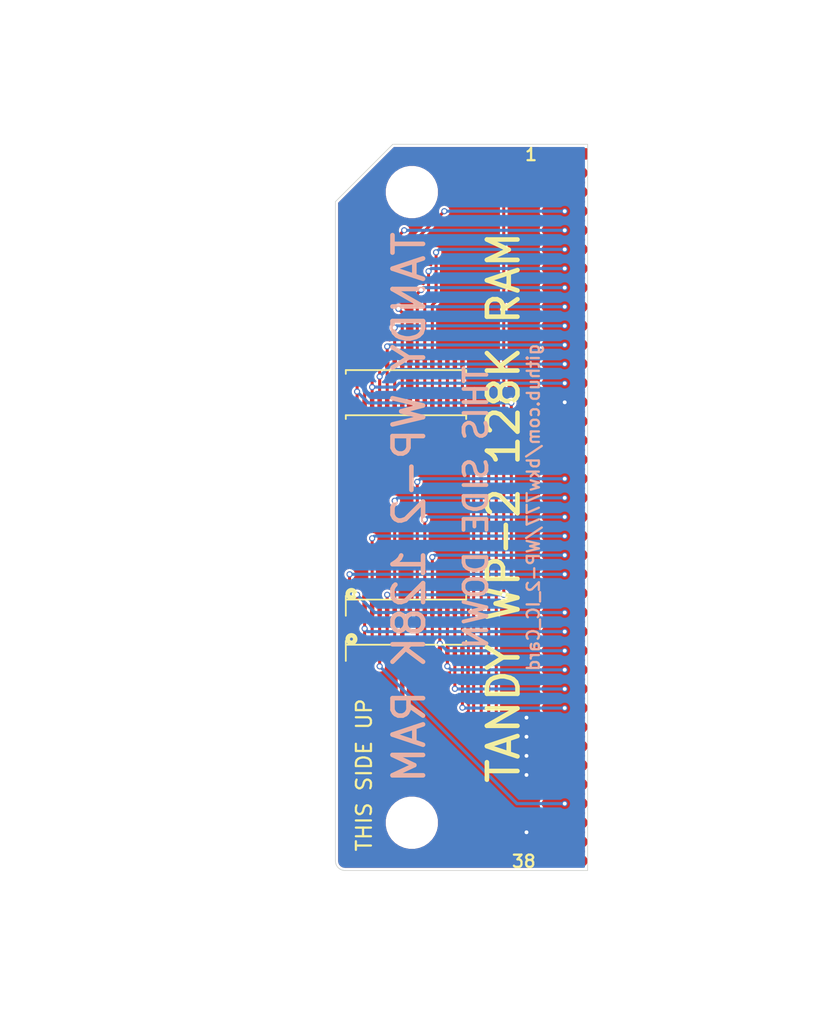
<source format=kicad_pcb>
(kicad_pcb (version 20171130) (host pcbnew 5.1.6-c6e7f7d~87~ubuntu20.04.1)

  (general
    (thickness 0.8)
    (drawings 37)
    (tracks 190)
    (zones 0)
    (modules 6)
    (nets 33)
  )

  (page USLetter)
  (title_block
    (title "WP-2 128K RAM IC-Card")
    (date 2020-09-26)
    (company "Brian K. White - b.kenyon.w@gmail.com")
  )

  (layers
    (0 F.Cu signal)
    (31 B.Cu signal)
    (32 B.Adhes user)
    (33 F.Adhes user)
    (34 B.Paste user)
    (35 F.Paste user)
    (36 B.SilkS user)
    (37 F.SilkS user)
    (38 B.Mask user)
    (39 F.Mask user)
    (40 Dwgs.User user)
    (41 Cmts.User user)
    (42 Eco1.User user)
    (43 Eco2.User user)
    (44 Edge.Cuts user)
    (45 Margin user)
    (46 B.CrtYd user hide)
    (47 F.CrtYd user hide)
    (48 B.Fab user hide)
    (49 F.Fab user hide)
  )

  (setup
    (last_trace_width 0.254)
    (user_trace_width 0.1524)
    (user_trace_width 0.1778)
    (user_trace_width 0.2032)
    (user_trace_width 0.3048)
    (user_trace_width 0.508)
    (trace_clearance 0.1524)
    (zone_clearance 0.508)
    (zone_45_only no)
    (trace_min 0.1524)
    (via_size 0.4064)
    (via_drill 0.254)
    (via_min_size 0.4064)
    (via_min_drill 0.254)
    (uvia_size 0.4064)
    (uvia_drill 0.254)
    (uvias_allowed no)
    (uvia_min_size 0.4064)
    (uvia_min_drill 0.254)
    (edge_width 0.05)
    (segment_width 0.2)
    (pcb_text_width 0.3)
    (pcb_text_size 1.5 1.5)
    (mod_edge_width 0.12)
    (mod_text_size 1 1)
    (mod_text_width 0.15)
    (pad_size 0.3 1)
    (pad_drill 0)
    (pad_to_mask_clearance 0)
    (aux_axis_origin 0 0)
    (grid_origin 158.75 99.695)
    (visible_elements FFFFFF7F)
    (pcbplotparams
      (layerselection 0x010f0_ffffffff)
      (usegerberextensions false)
      (usegerberattributes true)
      (usegerberadvancedattributes true)
      (creategerberjobfile true)
      (excludeedgelayer true)
      (linewidth 0.100000)
      (plotframeref false)
      (viasonmask false)
      (mode 1)
      (useauxorigin false)
      (hpglpennumber 1)
      (hpglpenspeed 20)
      (hpglpendiameter 15.000000)
      (psnegative false)
      (psa4output false)
      (plotreference true)
      (plotvalue true)
      (plotinvisibletext false)
      (padsonsilk false)
      (subtractmaskfromsilk false)
      (outputformat 1)
      (mirror false)
      (drillshape 0)
      (scaleselection 1)
      (outputdirectory "GERBER"))
  )

  (net 0 "")
  (net 1 GND)
  (net 2 /CE2)
  (net 3 /~CE1)
  (net 4 /~OE)
  (net 5 /D0)
  (net 6 /D1)
  (net 7 /D2)
  (net 8 /D3)
  (net 9 /D4)
  (net 10 /D5)
  (net 11 /D6)
  (net 12 /D7)
  (net 13 /A16)
  (net 14 /A15)
  (net 15 /A14)
  (net 16 /A13)
  (net 17 /A12)
  (net 18 /A11)
  (net 19 /A10)
  (net 20 /A9)
  (net 21 /A8)
  (net 22 /A7)
  (net 23 /A6)
  (net 24 /A5)
  (net 25 /A4)
  (net 26 /A3)
  (net 27 /A2)
  (net 28 /A1)
  (net 29 /A0)
  (net 30 /R~W)
  (net 31 VDD)
  (net 32 /~DET)

  (net_class Default "This is the default net class."
    (clearance 0.1524)
    (trace_width 0.254)
    (via_dia 0.4064)
    (via_drill 0.254)
    (uvia_dia 0.4064)
    (uvia_drill 0.254)
    (diff_pair_width 0.1524)
    (diff_pair_gap 0.2032)
    (add_net /A0)
    (add_net /A1)
    (add_net /A10)
    (add_net /A11)
    (add_net /A12)
    (add_net /A13)
    (add_net /A14)
    (add_net /A15)
    (add_net /A16)
    (add_net /A2)
    (add_net /A3)
    (add_net /A4)
    (add_net /A5)
    (add_net /A6)
    (add_net /A7)
    (add_net /A8)
    (add_net /A9)
    (add_net /CE2)
    (add_net /D0)
    (add_net /D1)
    (add_net /D2)
    (add_net /D3)
    (add_net /D4)
    (add_net /D5)
    (add_net /D6)
    (add_net /D7)
    (add_net /R~W)
    (add_net /~CE1)
    (add_net /~DET)
    (add_net /~OE)
    (add_net GND)
    (add_net VDD)
  )

  (module 0_LOCAL:Socket_Edge_1x38_1.27m (layer F.Cu) (tedit 5F70F573) (tstamp 5F712CF2)
    (at 155.12 76.2)
    (descr "Through hole straight socket strip, 1x38, 1.27mm pitch, single row")
    (tags "Through hole socket strip THT 1x38 1.27mm single row")
    (path /5F6EF0A3)
    (attr smd)
    (fp_text reference J1 (at -2.8956 4.4196 -90) (layer F.SilkS) hide
      (effects (font (size 1 1) (thickness 0.15)))
    )
    (fp_text value Conn_01x38_Female (at -2.921 23.114 -90) (layer F.Fab)
      (effects (font (size 1 1) (thickness 0.15)))
    )
    (fp_line (start 1.651 -0.635) (end -2.032 -0.635) (layer F.CrtYd) (width 0.05))
    (fp_line (start 1.651 47.625) (end 1.651 -0.635) (layer F.CrtYd) (width 0.05))
    (fp_line (start -2.032 47.625) (end 1.651 47.625) (layer F.CrtYd) (width 0.05))
    (fp_line (start -2.032 -0.635) (end -2.032 47.625) (layer F.CrtYd) (width 0.05))
    (fp_line (start 4.953 -0.762) (end 1.651 -0.762) (layer F.Fab) (width 0.1))
    (fp_line (start 1.651 47.752) (end 1.651 -0.762) (layer F.Fab) (width 0.1))
    (fp_line (start 1.651 47.752) (end 4.953 47.752) (layer F.Fab) (width 0.1))
    (fp_line (start 4.953 -0.762) (end 4.953 47.752) (layer F.Fab) (width 0.1))
    (fp_text user %R (at 0 -1.695) (layer F.Fab)
      (effects (font (size 1 1) (thickness 0.15)))
    )
    (pad 1 smd roundrect (at 0 0) (size 3.048 0.762) (layers F.Cu F.Paste F.Mask) (roundrect_rratio 0.1)
      (net 1 GND))
    (pad 2 smd oval (at 0 1.27) (size 3.048 0.762) (layers F.Cu F.Paste F.Mask)
      (net 32 /~DET))
    (pad 3 smd oval (at 0 2.54) (size 3.048 0.762) (layers F.Cu F.Paste F.Mask)
      (net 2 /CE2))
    (pad 4 smd oval (at 0 3.81) (size 3.048 0.762) (layers F.Cu F.Paste F.Mask)
      (net 3 /~CE1))
    (pad 5 smd oval (at 0 5.08) (size 3.048 0.762) (layers F.Cu F.Paste F.Mask)
      (net 4 /~OE))
    (pad 6 smd oval (at 0 6.35) (size 3.048 0.762) (layers F.Cu F.Paste F.Mask)
      (net 5 /D0))
    (pad 7 smd oval (at 0 7.62) (size 3.048 0.762) (layers F.Cu F.Paste F.Mask)
      (net 6 /D1))
    (pad 8 smd oval (at 0 8.89) (size 3.048 0.762) (layers F.Cu F.Paste F.Mask)
      (net 7 /D2))
    (pad 9 smd oval (at 0 10.16) (size 3.048 0.762) (layers F.Cu F.Paste F.Mask)
      (net 8 /D3))
    (pad 10 smd oval (at 0 11.43) (size 3.048 0.762) (layers F.Cu F.Paste F.Mask)
      (net 9 /D4))
    (pad 11 smd oval (at 0 12.7) (size 3.048 0.762) (layers F.Cu F.Paste F.Mask)
      (net 10 /D5))
    (pad 12 smd oval (at 0 13.97) (size 3.048 0.762) (layers F.Cu F.Paste F.Mask)
      (net 11 /D6))
    (pad 13 smd oval (at 0 15.24) (size 3.048 0.762) (layers F.Cu F.Paste F.Mask)
      (net 12 /D7))
    (pad 14 smd oval (at 0 16.51) (size 3.048 0.762) (layers F.Cu F.Paste F.Mask)
      (net 1 GND))
    (pad 15 smd oval (at 0 17.78) (size 3.048 0.762) (layers F.Cu F.Paste F.Mask))
    (pad 16 smd oval (at 0 19.05) (size 3.048 0.762) (layers F.Cu F.Paste F.Mask))
    (pad 17 smd oval (at 0 20.32) (size 3.048 0.762) (layers F.Cu F.Paste F.Mask))
    (pad 18 smd oval (at 0 21.59) (size 3.048 0.762) (layers F.Cu F.Paste F.Mask)
      (net 13 /A16))
    (pad 19 smd oval (at 0 22.86) (size 3.048 0.762) (layers F.Cu F.Paste F.Mask)
      (net 14 /A15))
    (pad 20 smd oval (at 0 24.13) (size 3.048 0.762) (layers F.Cu F.Paste F.Mask)
      (net 15 /A14))
    (pad 21 smd oval (at 0 25.4) (size 3.048 0.762) (layers F.Cu F.Paste F.Mask)
      (net 16 /A13))
    (pad 22 smd oval (at 0 26.67) (size 3.048 0.762) (layers F.Cu F.Paste F.Mask)
      (net 17 /A12))
    (pad 23 smd oval (at 0 27.94) (size 3.048 0.762) (layers F.Cu F.Paste F.Mask)
      (net 18 /A11))
    (pad 24 smd oval (at 0 29.21) (size 3.048 0.762) (layers F.Cu F.Paste F.Mask)
      (net 19 /A10))
    (pad 25 smd oval (at 0 30.48) (size 3.048 0.762) (layers F.Cu F.Paste F.Mask)
      (net 20 /A9))
    (pad 26 smd oval (at 0 31.75) (size 3.048 0.762) (layers F.Cu F.Paste F.Mask)
      (net 21 /A8))
    (pad 27 smd oval (at 0 33.02) (size 3.048 0.762) (layers F.Cu F.Paste F.Mask)
      (net 22 /A7))
    (pad 28 smd oval (at 0 34.29) (size 3.048 0.762) (layers F.Cu F.Paste F.Mask)
      (net 23 /A6))
    (pad 29 smd oval (at 0 35.56) (size 3.048 0.762) (layers F.Cu F.Paste F.Mask)
      (net 24 /A5))
    (pad 30 smd oval (at 0 36.83) (size 3.048 0.762) (layers F.Cu F.Paste F.Mask)
      (net 25 /A4))
    (pad 31 smd oval (at 0 38.1) (size 3.048 0.762) (layers F.Cu F.Paste F.Mask)
      (net 26 /A3))
    (pad 32 smd oval (at 0 39.37) (size 3.048 0.762) (layers F.Cu F.Paste F.Mask)
      (net 27 /A2))
    (pad 33 smd oval (at 0 40.64) (size 3.048 0.762) (layers F.Cu F.Paste F.Mask)
      (net 28 /A1))
    (pad 34 smd oval (at 0 41.91) (size 3.048 0.762) (layers F.Cu F.Paste F.Mask)
      (net 29 /A0))
    (pad 35 smd oval (at 0 43.18) (size 3.048 0.762) (layers F.Cu F.Paste F.Mask)
      (net 30 /R~W))
    (pad 36 smd oval (at 0 44.45) (size 3.048 0.762) (layers F.Cu F.Paste F.Mask))
    (pad 37 smd oval (at 0 45.72) (size 3.048 0.762) (layers F.Cu F.Paste F.Mask))
    (pad 38 smd oval (at 0 46.99) (size 3.048 0.762) (layers F.Cu F.Paste F.Mask)
      (net 31 VDD))
    (model ${KIPRJMOD}/3d/PinSocket_1x38_P1.27mm_Vertical.step
      (offset (xyz 1.524 0 0.0762))
      (scale (xyz 1 1 1))
      (rotate (xyz 0 -90 0))
    )
  )

  (module 0_LOCAL:Net_Tie_2p_8mil (layer F.Cu) (tedit 5F70D483) (tstamp 5F712C2A)
    (at 155.12 76.835 270)
    (path /5F8923B3)
    (fp_text reference NT1 (at 0 1.016 90) (layer F.SilkS) hide
      (effects (font (size 0.508 0.508) (thickness 0.1016)))
    )
    (fp_text value Net-Tie_2 (at 0 -2 90) (layer F.Fab)
      (effects (font (size 1 1) (thickness 0.01)))
    )
    (fp_line (start -0.2032 0) (end 0.2032 0) (layer F.Cu) (width 0.2032))
    (pad 2 smd circle (at 0.2032 0 270) (size 0.2032 0.2032) (layers F.Cu)
      (net 32 /~DET))
    (pad 1 smd circle (at -0.2032 0 270) (size 0.2032 0.2032) (layers F.Cu)
      (net 1 GND))
  )

  (module 0_LOCAL:TSOP32-20mm (layer F.Cu) (tedit 5F70AFE8) (tstamp 5F712BCE)
    (at 144.57 99.695)
    (descr "Module CMS TSOP 32 pins")
    (tags "CMS TSOP")
    (path /5F718069)
    (attr smd)
    (fp_text reference U1 (at 0.009 8.382 180) (layer F.SilkS) hide
      (effects (font (size 1 1) (thickness 0.15)))
    )
    (fp_text value "SRAM 128Kx8 5v Parallel" (at 0 5) (layer F.Fab)
      (effects (font (size 1 1) (thickness 0.15)))
    )
    (fp_line (start 4 -9.125) (end 4 -8.875) (layer F.SilkS) (width 0.12))
    (fp_line (start -4 -9.125) (end -4 -8.875) (layer F.SilkS) (width 0.12))
    (fp_line (start 4 9.125) (end 4 8.875) (layer F.SilkS) (width 0.12))
    (fp_line (start -4 10.2) (end -4 8.875) (layer F.SilkS) (width 0.12))
    (fp_line (start 4 -9.125) (end -4 -9.125) (layer F.SilkS) (width 0.12))
    (fp_line (start -4 9.125) (end 4 9.125) (layer F.SilkS) (width 0.12))
    (fp_circle (center -3.625 8.75) (end -3.525 8.75) (layer F.SilkS) (width 0.3))
    (fp_text user %R (at 0 0) (layer F.Fab)
      (effects (font (size 1 1) (thickness 0.15)))
    )
    (pad 1 smd roundrect (at -3.75 9.75) (size 0.3 1) (layers F.Cu F.Paste F.Mask) (roundrect_rratio 0.25)
      (net 18 /A11))
    (pad 2 smd roundrect (at -3.25 9.75) (size 0.3 1) (layers F.Cu F.Paste F.Mask) (roundrect_rratio 0.25)
      (net 20 /A9))
    (pad 3 smd roundrect (at -2.75 9.75) (size 0.3 1) (layers F.Cu F.Paste F.Mask) (roundrect_rratio 0.25)
      (net 21 /A8))
    (pad 4 smd roundrect (at -2.25 9.75) (size 0.3 1) (layers F.Cu F.Paste F.Mask) (roundrect_rratio 0.25)
      (net 16 /A13))
    (pad 5 smd roundrect (at -1.75 9.75) (size 0.3 1) (layers F.Cu F.Paste F.Mask) (roundrect_rratio 0.25)
      (net 30 /R~W))
    (pad 6 smd roundrect (at -1.25 9.75) (size 0.3 1) (layers F.Cu F.Paste F.Mask) (roundrect_rratio 0.25)
      (net 2 /CE2))
    (pad 7 smd roundrect (at -0.75 9.75) (size 0.3 1) (layers F.Cu F.Paste F.Mask) (roundrect_rratio 0.25)
      (net 14 /A15))
    (pad 8 smd roundrect (at -0.25 9.75) (size 0.3 1) (layers F.Cu F.Paste F.Mask) (roundrect_rratio 0.25)
      (net 31 VDD))
    (pad 9 smd roundrect (at 0.25 9.75) (size 0.3 1) (layers F.Cu F.Paste F.Mask) (roundrect_rratio 0.25))
    (pad 10 smd roundrect (at 0.75 9.75) (size 0.3 1) (layers F.Cu F.Paste F.Mask) (roundrect_rratio 0.25)
      (net 13 /A16))
    (pad 11 smd roundrect (at 1.25 9.75) (size 0.3 1) (layers F.Cu F.Paste F.Mask) (roundrect_rratio 0.25)
      (net 15 /A14))
    (pad 12 smd roundrect (at 1.75 9.75) (size 0.3 1) (layers F.Cu F.Paste F.Mask) (roundrect_rratio 0.25)
      (net 17 /A12))
    (pad 13 smd roundrect (at 2.25 9.75) (size 0.3 1) (layers F.Cu F.Paste F.Mask) (roundrect_rratio 0.25)
      (net 22 /A7))
    (pad 14 smd roundrect (at 2.75 9.75) (size 0.3 1) (layers F.Cu F.Paste F.Mask) (roundrect_rratio 0.25)
      (net 23 /A6))
    (pad 15 smd roundrect (at 3.25 9.75) (size 0.3 1) (layers F.Cu F.Paste F.Mask) (roundrect_rratio 0.25)
      (net 24 /A5))
    (pad 16 smd roundrect (at 3.75 9.75) (size 0.3 1) (layers F.Cu F.Paste F.Mask) (roundrect_rratio 0.25)
      (net 25 /A4))
    (pad 17 smd roundrect (at 3.75 -9.75) (size 0.3 1) (layers F.Cu F.Paste F.Mask) (roundrect_rratio 0.25)
      (net 26 /A3))
    (pad 18 smd roundrect (at 3.25 -9.75) (size 0.3 1) (layers F.Cu F.Paste F.Mask) (roundrect_rratio 0.25)
      (net 27 /A2))
    (pad 19 smd roundrect (at 2.75 -9.75) (size 0.3 1) (layers F.Cu F.Paste F.Mask) (roundrect_rratio 0.25)
      (net 28 /A1))
    (pad 20 smd roundrect (at 2.25 -9.75) (size 0.3 1) (layers F.Cu F.Paste F.Mask) (roundrect_rratio 0.25)
      (net 29 /A0))
    (pad 21 smd roundrect (at 1.75 -9.75) (size 0.3 1) (layers F.Cu F.Paste F.Mask) (roundrect_rratio 0.25)
      (net 5 /D0))
    (pad 22 smd roundrect (at 1.25 -9.75) (size 0.3 1) (layers F.Cu F.Paste F.Mask) (roundrect_rratio 0.25)
      (net 6 /D1))
    (pad 23 smd roundrect (at 0.75 -9.75) (size 0.3 1) (layers F.Cu F.Paste F.Mask) (roundrect_rratio 0.25)
      (net 7 /D2))
    (pad 24 smd roundrect (at 0.25 -9.75) (size 0.3 1) (layers F.Cu F.Paste F.Mask) (roundrect_rratio 0.25)
      (net 1 GND))
    (pad 25 smd roundrect (at -0.25 -9.75) (size 0.3 1) (layers F.Cu F.Paste F.Mask) (roundrect_rratio 0.25)
      (net 8 /D3))
    (pad 26 smd roundrect (at -0.75 -9.75) (size 0.3 1) (layers F.Cu F.Paste F.Mask) (roundrect_rratio 0.25)
      (net 9 /D4))
    (pad 27 smd roundrect (at -1.25 -9.75) (size 0.3 1) (layers F.Cu F.Paste F.Mask) (roundrect_rratio 0.25)
      (net 10 /D5))
    (pad 28 smd roundrect (at -1.75 -9.75) (size 0.3 1) (layers F.Cu F.Paste F.Mask) (roundrect_rratio 0.25)
      (net 11 /D6))
    (pad 29 smd roundrect (at -2.25 -9.75) (size 0.3 1) (layers F.Cu F.Paste F.Mask) (roundrect_rratio 0.25)
      (net 12 /D7))
    (pad 30 smd roundrect (at -2.75 -9.75) (size 0.3 1) (layers F.Cu F.Paste F.Mask) (roundrect_rratio 0.25)
      (net 3 /~CE1))
    (pad 31 smd roundrect (at -3.25 -9.75) (size 0.3 1) (layers F.Cu F.Paste F.Mask) (roundrect_rratio 0.25)
      (net 19 /A10))
    (pad 32 smd roundrect (at -3.75 -9.75) (size 0.3 1) (layers F.Cu F.Paste F.Mask) (roundrect_rratio 0.25)
      (net 4 /~OE))
    (model ${KIPRJMOD}/3d/TSOP32_8X20.step
      (at (xyz 0 0 0))
      (scale (xyz 1 1 1))
      (rotate (xyz 0 0 -90))
    )
  )

  (module 0_LOCAL:TSOP32-14mm (layer F.Cu) (tedit 5F70AFD9) (tstamp 5F712C60)
    (at 144.57 99.695)
    (descr "Module CMS TSOP 32 pins")
    (tags "CMS TSOP")
    (path /5F906116)
    (attr virtual)
    (fp_text reference U2 (at 0 5.334 180) (layer F.SilkS) hide
      (effects (font (size 1 1) (thickness 0.15)))
    )
    (fp_text value "SRAM 128Kx8 5v Parallel" (at 1.27 0 90) (layer F.Fab)
      (effects (font (size 1 1) (thickness 0.15)))
    )
    (fp_line (start 4 -6.125) (end 4 -5.875) (layer F.SilkS) (width 0.12))
    (fp_line (start -4 -6.125) (end -4 -5.875) (layer F.SilkS) (width 0.12))
    (fp_line (start 4 6.125) (end 4 5.875) (layer F.SilkS) (width 0.12))
    (fp_line (start -4 7.2) (end -4 5.875) (layer F.SilkS) (width 0.12))
    (fp_line (start 4 -6.125) (end -4 -6.125) (layer F.SilkS) (width 0.12))
    (fp_line (start -4 6.125) (end 4 6.125) (layer F.SilkS) (width 0.12))
    (fp_circle (center -3.625 5.75) (end -3.525 5.75) (layer F.SilkS) (width 0.3))
    (pad 1 smd roundrect (at -3.75 6.75) (size 0.3 1) (layers F.Cu F.Paste F.Mask) (roundrect_rratio 0.25)
      (net 18 /A11))
    (pad 2 smd roundrect (at -3.25 6.75) (size 0.3 1) (layers F.Cu F.Paste F.Mask) (roundrect_rratio 0.25)
      (net 20 /A9))
    (pad 3 smd roundrect (at -2.75 6.75) (size 0.3 1) (layers F.Cu F.Paste F.Mask) (roundrect_rratio 0.25)
      (net 21 /A8))
    (pad 4 smd roundrect (at -2.25 6.75) (size 0.3 1) (layers F.Cu F.Paste F.Mask) (roundrect_rratio 0.25)
      (net 16 /A13))
    (pad 5 smd roundrect (at -1.75 6.75) (size 0.3 1) (layers F.Cu F.Paste F.Mask) (roundrect_rratio 0.25)
      (net 30 /R~W))
    (pad 6 smd roundrect (at -1.25 6.75) (size 0.3 1) (layers F.Cu F.Paste F.Mask) (roundrect_rratio 0.25)
      (net 2 /CE2))
    (pad 7 smd roundrect (at -0.75 6.75) (size 0.3 1) (layers F.Cu F.Paste F.Mask) (roundrect_rratio 0.25)
      (net 14 /A15))
    (pad 8 smd roundrect (at -0.25 6.75) (size 0.3 1) (layers F.Cu F.Paste F.Mask) (roundrect_rratio 0.25)
      (net 31 VDD))
    (pad 9 smd roundrect (at 0.25 6.75) (size 0.3 1) (layers F.Cu F.Paste F.Mask) (roundrect_rratio 0.25))
    (pad 10 smd roundrect (at 0.75 6.75) (size 0.3 1) (layers F.Cu F.Paste F.Mask) (roundrect_rratio 0.25)
      (net 13 /A16))
    (pad 11 smd roundrect (at 1.25 6.75) (size 0.3 1) (layers F.Cu F.Paste F.Mask) (roundrect_rratio 0.25)
      (net 15 /A14))
    (pad 12 smd roundrect (at 1.75 6.75) (size 0.3 1) (layers F.Cu F.Paste F.Mask) (roundrect_rratio 0.25)
      (net 17 /A12))
    (pad 13 smd roundrect (at 2.25 6.75) (size 0.3 1) (layers F.Cu F.Paste F.Mask) (roundrect_rratio 0.25)
      (net 22 /A7))
    (pad 14 smd roundrect (at 2.75 6.75) (size 0.3 1) (layers F.Cu F.Paste F.Mask) (roundrect_rratio 0.25)
      (net 23 /A6))
    (pad 15 smd roundrect (at 3.25 6.75) (size 0.3 1) (layers F.Cu F.Paste F.Mask) (roundrect_rratio 0.25)
      (net 24 /A5))
    (pad 16 smd roundrect (at 3.75 6.75) (size 0.3 1) (layers F.Cu F.Paste F.Mask) (roundrect_rratio 0.25)
      (net 25 /A4))
    (pad 17 smd roundrect (at 3.75 -6.75) (size 0.3 1) (layers F.Cu F.Paste F.Mask) (roundrect_rratio 0.25)
      (net 26 /A3))
    (pad 18 smd roundrect (at 3.25 -6.75) (size 0.3 1) (layers F.Cu F.Paste F.Mask) (roundrect_rratio 0.25)
      (net 27 /A2))
    (pad 19 smd roundrect (at 2.75 -6.75) (size 0.3 1) (layers F.Cu F.Paste F.Mask) (roundrect_rratio 0.25)
      (net 28 /A1))
    (pad 20 smd roundrect (at 2.25 -6.75) (size 0.3 1) (layers F.Cu F.Paste F.Mask) (roundrect_rratio 0.25)
      (net 29 /A0))
    (pad 21 smd roundrect (at 1.75 -6.75) (size 0.3 1) (layers F.Cu F.Paste F.Mask) (roundrect_rratio 0.25)
      (net 5 /D0))
    (pad 22 smd roundrect (at 1.25 -6.75) (size 0.3 1) (layers F.Cu F.Paste F.Mask) (roundrect_rratio 0.25)
      (net 6 /D1))
    (pad 23 smd roundrect (at 0.75 -6.75) (size 0.3 1) (layers F.Cu F.Paste F.Mask) (roundrect_rratio 0.25)
      (net 7 /D2))
    (pad 24 smd roundrect (at 0.25 -6.75) (size 0.3 1) (layers F.Cu F.Paste F.Mask) (roundrect_rratio 0.25)
      (net 1 GND))
    (pad 25 smd roundrect (at -0.25 -6.75) (size 0.3 1) (layers F.Cu F.Paste F.Mask) (roundrect_rratio 0.25)
      (net 8 /D3))
    (pad 26 smd roundrect (at -0.75 -6.75) (size 0.3 1) (layers F.Cu F.Paste F.Mask) (roundrect_rratio 0.25)
      (net 9 /D4))
    (pad 27 smd roundrect (at -1.25 -6.75) (size 0.3 1) (layers F.Cu F.Paste F.Mask) (roundrect_rratio 0.25)
      (net 10 /D5))
    (pad 28 smd roundrect (at -1.75 -6.75) (size 0.3 1) (layers F.Cu F.Paste F.Mask) (roundrect_rratio 0.25)
      (net 11 /D6))
    (pad 29 smd roundrect (at -2.25 -6.75) (size 0.3 1) (layers F.Cu F.Paste F.Mask) (roundrect_rratio 0.25)
      (net 12 /D7))
    (pad 30 smd roundrect (at -2.75 -6.75) (size 0.3 1) (layers F.Cu F.Paste F.Mask) (roundrect_rratio 0.25)
      (net 3 /~CE1))
    (pad 31 smd roundrect (at -3.25 -6.75) (size 0.3 1) (layers F.Cu F.Paste F.Mask) (roundrect_rratio 0.25)
      (net 19 /A10))
    (pad 32 smd roundrect (at -3.75 -6.75) (size 0.3 1) (layers F.Cu F.Paste F.Mask) (roundrect_rratio 0.25)
      (net 4 /~OE))
    (model ${KIPRJMOD}/3d/TSOP32_8x14.step
      (at (xyz 0 0 0))
      (scale (xyz 1 1 1))
      (rotate (xyz 0 0 -90))
    )
  )

  (module 0_LOCAL:npth_125 locked (layer F.Cu) (tedit 5F6ED619) (tstamp 5F712CB8)
    (at 144.96 120.65)
    (fp_text reference REF** (at 0 4.445) (layer F.SilkS) hide
      (effects (font (size 4 4) (thickness 0.12)))
    )
    (fp_text value npth_125 (at 0 -2) (layer F.Fab)
      (effects (font (size 4 4) (thickness 0.01)))
    )
    (pad "" np_thru_hole circle (at 0 0) (size 3.175 3.175) (drill 3.175) (layers *.Cu *.Mask))
  )

  (module 0_LOCAL:npth_125 locked (layer F.Cu) (tedit 5F6ED619) (tstamp 5F712D5A)
    (at 144.96 78.74)
    (fp_text reference REF** (at 0 4.445) (layer F.SilkS) hide
      (effects (font (size 4 4) (thickness 0.12)))
    )
    (fp_text value npth_125 (at 0 -2) (layer F.Fab)
      (effects (font (size 4 4) (thickness 0.01)))
    )
    (pad "" np_thru_hole circle (at 0 0) (size 3.175 3.175) (drill 3.175) (layers *.Cu *.Mask))
  )

  (gr_text "TANDY WP-2 128K RAM" (at 144.78 99.695 -270) (layer B.SilkS) (tstamp 5F71586A)
    (effects (font (size 2.032 2.032) (thickness 0.3048)) (justify mirror))
  )
  (gr_text "THIS SIDE DOWN" (at 149.225 99.695 -270) (layer B.SilkS) (tstamp 5F712A06)
    (effects (font (size 1.524 1.524) (thickness 0.254)) (justify mirror))
  )
  (gr_text "THIS SIDE UP" (at 141.785 117.475 90) (layer F.SilkS) (tstamp 5F712A09)
    (effects (font (size 1 1) (thickness 0.15)))
  )
  (gr_line (start 156.644 75.565) (end 156.644 123.825) (layer Edge.Cuts) (width 0.05) (tstamp 5F714CE7))
  (gr_line (start 162.7632 76.2) (end 163.0172 75.946) (layer Dwgs.User) (width 0.15) (tstamp 5F7131A0))
  (gr_line (start 162.7632 76.2) (end 163.0172 76.454) (layer Dwgs.User) (width 0.15) (tstamp 5F71319F))
  (gr_line (start 162.7632 76.2) (end 164.6936 76.2) (layer Dwgs.User) (width 0.15) (tstamp 5F71319E))
  (gr_text "Socket header 4.4mm" (at 168.3004 77.597) (layer Dwgs.User) (tstamp 5F713196)
    (effects (font (size 0.6 0.6) (thickness 0.06)))
  )
  (gr_line (start 161.1376 77.597) (end 161.3916 77.343) (layer Dwgs.User) (width 0.15))
  (gr_line (start 161.1376 77.597) (end 163.068 77.597) (layer Dwgs.User) (width 0.15))
  (gr_line (start 161.1376 77.597) (end 161.3916 77.851) (layer Dwgs.User) (width 0.15))
  (gr_line (start 161.0418 75.565) (end 156.6418 75.565) (layer Dwgs.User) (width 0.15) (tstamp 5F71317F))
  (gr_line (start 161.0418 123.825) (end 161.0418 75.565) (layer Dwgs.User) (width 0.15))
  (gr_line (start 156.6418 123.825) (end 161.0418 123.825) (layer Dwgs.User) (width 0.15))
  (gr_line (start 156.6418 75.565) (end 156.6418 123.825) (layer Dwgs.User) (width 0.15))
  (gr_text "Pins 6.0mm" (at 167.5892 76.2) (layer Dwgs.User)
    (effects (font (size 0.6 0.6) (thickness 0.06)))
  )
  (gr_line (start 162.55 76.2) (end 156.85 76.2) (layer Dwgs.User) (width 0.4))
  (gr_line (start 162.6448 75.565) (end 162.641991 123.825) (layer Dwgs.User) (width 0.15) (tstamp 5F713041))
  (gr_text CARD (at 119 99 90) (layer Dwgs.User) (tstamp 5F714189)
    (effects (font (size 1 1) (thickness 0.15)))
  )
  (gr_text WP-2 (at 133 99 90) (layer Dwgs.User)
    (effects (font (size 1 1) (thickness 0.15)))
  )
  (gr_line (start 131.4 66) (end 131.4 134) (layer Dwgs.User) (width 0.05))
  (gr_arc (start 120.6586 123.6952) (end 117.6586 123.6952) (angle -90) (layer Dwgs.User) (width 0.15) (tstamp 5F713C7E))
  (gr_arc (start 120.6586 75.6948) (end 120.6586 72.6948) (angle -90) (layer Dwgs.User) (width 0.15) (tstamp 5F713C66))
  (gr_arc (start 159.6448 123.6952) (end 159.6448 126.6952) (angle -87.52023621) (layer Dwgs.User) (width 0.15) (tstamp 5F713C59))
  (gr_arc (start 159.6448 75.6948) (end 162.6448 75.565) (angle -87.52254777) (layer Dwgs.User) (width 0.15))
  (gr_line (start 139.88 79.375) (end 139.88 123.19) (layer Edge.Cuts) (width 0.05) (tstamp 5F712D63))
  (gr_line (start 143.69 75.565) (end 139.88 79.375) (layer Edge.Cuts) (width 0.05) (tstamp 5F712D66))
  (gr_arc (start 140.515 123.19) (end 139.88 123.19) (angle -90) (layer Edge.Cuts) (width 0.05) (tstamp 5F712A03))
  (gr_text 38 (at 152.4022 123.2154) (layer F.SilkS) (tstamp 5F712A00)
    (effects (font (size 0.8128 0.8128) (thickness 0.1524)))
  )
  (gr_text 1 (at 152.8848 76.2508) (layer F.SilkS) (tstamp 5F7129FD)
    (effects (font (size 0.8128 0.8128) (thickness 0.1524)))
  )
  (gr_text github.com/bkw777/WP-2_IC_Card (at 153.035 99.695 -270) (layer B.SilkS) (tstamp 5F7129FA)
    (effects (font (size 0.8128 0.8128) (thickness 0.1524)) (justify mirror))
  )
  (gr_text "TANDY WP-2 128K RAM" (at 151.056 99.695 -270) (layer F.SilkS) (tstamp 5F7129F7)
    (effects (font (size 2.032 2.032) (thickness 0.3048)))
  )
  (gr_line (start 120.6586 126.6952) (end 159.6448 126.6952) (layer Dwgs.User) (width 0.15) (tstamp 5F6F08D5))
  (gr_line (start 117.6586 75.6948) (end 117.6586 123.6952) (layer Dwgs.User) (width 0.15) (tstamp 5F713C75))
  (gr_line (start 159.6448 72.6948) (end 120.6586 72.6948) (layer Dwgs.User) (width 0.15))
  (gr_line (start 140.515 123.825) (end 156.644 123.825) (layer Edge.Cuts) (width 0.05) (tstamp 5F7129F1))
  (gr_line (start 156.644 75.565) (end 143.69 75.565) (layer Edge.Cuts) (width 0.05) (tstamp 5F7129EE))

  (via (at 155.12 92.71) (size 0.4064) (drill 0.254) (layers F.Cu B.Cu) (net 1) (tstamp 5F712949))
  (via (at 152.58 113.665) (size 0.4064) (drill 0.254) (layers F.Cu B.Cu) (net 1) (tstamp 5F712ABA))
  (segment (start 155.12 76.6318) (end 155.12 76.2) (width 0.2032) (layer F.Cu) (net 1) (tstamp 5F712970))
  (via (at 152.58 121.285) (size 0.4064) (drill 0.254) (layers F.Cu B.Cu) (net 1) (tstamp 5F71294C))
  (via (at 152.58 114.935) (size 0.4064) (drill 0.254) (layers F.Cu B.Cu) (net 1) (tstamp 5F7129EB))
  (via (at 152.58 116.205) (size 0.4064) (drill 0.254) (layers F.Cu B.Cu) (net 1) (tstamp 5F7129F4))
  (via (at 152.58 117.475) (size 0.4064) (drill 0.254) (layers F.Cu B.Cu) (net 1) (tstamp 5F71295B))
  (segment (start 143.32 105.5) (end 143.32 105.5) (width 0.254) (layer F.Cu) (net 2) (tstamp 5F712958))
  (via (at 143.32 105.5) (size 0.4064) (drill 0.254) (layers F.Cu B.Cu) (net 2) (tstamp 5F712955))
  (segment (start 143.32 105.5) (end 151.07 105.5) (width 0.2032) (layer B.Cu) (net 2) (tstamp 5F712952))
  (segment (start 151.07 105.5) (end 151.07 105.5) (width 0.254) (layer B.Cu) (net 2) (tstamp 5F71294F))
  (via (at 151.07 105.5) (size 0.4064) (drill 0.254) (layers F.Cu B.Cu) (net 2) (tstamp 5F7129A6))
  (segment (start 151.07 105.5) (end 151.07 79.5) (width 0.2032) (layer F.Cu) (net 2) (tstamp 5F7129A3))
  (segment (start 151.83 78.74) (end 155.12 78.74) (width 0.2032) (layer F.Cu) (net 2) (tstamp 5F7129A0))
  (segment (start 151.07 79.5) (end 151.83 78.74) (width 0.2032) (layer F.Cu) (net 2) (tstamp 5F71299D))
  (segment (start 143.32 109.445) (end 143.32 105.5) (width 0.2032) (layer F.Cu) (net 2) (tstamp 5F71299A))
  (via (at 155.12 80.01) (size 0.4064) (drill 0.254) (layers F.Cu B.Cu) (net 3) (tstamp 5F712A1E))
  (segment (start 147.119 80.01) (end 155.12 80.01) (width 0.2032) (layer B.Cu) (net 3) (tstamp 5F712A1B))
  (via (at 147.119 80.01) (size 0.4064) (drill 0.254) (layers F.Cu B.Cu) (net 3) (tstamp 5F712A18))
  (segment (start 141.82 85.309) (end 147.119 80.01) (width 0.2032) (layer F.Cu) (net 3) (tstamp 5F712A15))
  (segment (start 141.82 92.945) (end 141.82 85.309) (width 0.2032) (layer F.Cu) (net 3) (tstamp 5F7129E8))
  (via (at 155.12 81.28) (size 0.4064) (drill 0.254) (layers F.Cu B.Cu) (net 4) (tstamp 5F7129E5))
  (segment (start 144.452 81.28) (end 155.12 81.28) (width 0.2032) (layer B.Cu) (net 4) (tstamp 5F7129C1))
  (via (at 144.452 81.28) (size 0.4064) (drill 0.254) (layers F.Cu B.Cu) (net 4) (tstamp 5F7129BE))
  (segment (start 140.82 84.912) (end 144.452 81.28) (width 0.2032) (layer F.Cu) (net 4) (tstamp 5F7129BB))
  (segment (start 140.82 92.945) (end 140.82 84.912) (width 0.2032) (layer F.Cu) (net 4) (tstamp 5F7129CD))
  (via (at 155.12 82.55) (size 0.4064) (drill 0.254) (layers F.Cu B.Cu) (net 5) (tstamp 5F7129E2))
  (segment (start 146.32 92.945) (end 146.32 89.945) (width 0.2032) (layer F.Cu) (net 5) (tstamp 5F7129DF))
  (segment (start 146.32 86.25) (end 146.32 89.945) (width 0.2032) (layer F.Cu) (net 5) (tstamp 5F7129DC))
  (segment (start 146.57 82.75) (end 146.57 86) (width 0.2032) (layer F.Cu) (net 5) (tstamp 5F7129D9))
  (segment (start 146.77 82.55) (end 155.12 82.55) (width 0.2032) (layer B.Cu) (net 5) (tstamp 5F712A12))
  (segment (start 146.57 82.75) (end 146.77 82.55) (width 0.2032) (layer B.Cu) (net 5) (tstamp 5F712A0F))
  (segment (start 146.57 86) (end 146.32 86.25) (width 0.2032) (layer F.Cu) (net 5) (tstamp 5F712A0C))
  (via (at 146.57 82.75) (size 0.4064) (drill 0.254) (layers F.Cu B.Cu) (net 5) (tstamp 5F7129B8))
  (via (at 155.12 83.82) (size 0.4064) (drill 0.254) (layers F.Cu B.Cu) (net 6) (tstamp 5F7129B5))
  (segment (start 146.07 85.75) (end 145.82 86) (width 0.2032) (layer F.Cu) (net 6) (tstamp 5F7129B2))
  (segment (start 146.07 84) (end 146.07 85.75) (width 0.2032) (layer F.Cu) (net 6) (tstamp 5F7129AF))
  (segment (start 145.82 86) (end 145.82 89.945) (width 0.2032) (layer F.Cu) (net 6) (tstamp 5F7129AC))
  (segment (start 146.25 83.82) (end 155.12 83.82) (width 0.2032) (layer B.Cu) (net 6) (tstamp 5F7129A9))
  (segment (start 146.07 84) (end 146.25 83.82) (width 0.2032) (layer B.Cu) (net 6) (tstamp 5F712A2D))
  (via (at 146.07 84) (size 0.4064) (drill 0.254) (layers F.Cu B.Cu) (net 6) (tstamp 5F712A2A))
  (segment (start 145.82 92.945) (end 145.82 89.945) (width 0.2032) (layer F.Cu) (net 6) (tstamp 5F712A27))
  (via (at 155.12 85.09) (size 0.4064) (drill 0.254) (layers F.Cu B.Cu) (net 7) (tstamp 5F712A24))
  (segment (start 145.32 92.945) (end 145.32 89.945) (width 0.2032) (layer F.Cu) (net 7) (tstamp 5F712A21))
  (segment (start 145.32 85.5) (end 145.32 89.945) (width 0.2032) (layer F.Cu) (net 7) (tstamp 5F712A3C))
  (segment (start 145.57 85.25) (end 145.32 85.5) (width 0.2032) (layer F.Cu) (net 7) (tstamp 5F712A39))
  (segment (start 145.73 85.09) (end 155.12 85.09) (width 0.2032) (layer B.Cu) (net 7) (tstamp 5F712A36))
  (segment (start 145.57 85.25) (end 145.73 85.09) (width 0.2032) (layer B.Cu) (net 7) (tstamp 5F712A33))
  (via (at 145.57 85.25) (size 0.4064) (drill 0.254) (layers F.Cu B.Cu) (net 7) (tstamp 5F712A30))
  (via (at 155.12 86.36) (size 0.4064) (drill 0.254) (layers F.Cu B.Cu) (net 8) (tstamp 5F712982))
  (segment (start 144.32 92.945) (end 144.32 89.945) (width 0.2032) (layer F.Cu) (net 8) (tstamp 5F71297F))
  (segment (start 144.32 86.75) (end 144.32 89.945) (width 0.2032) (layer F.Cu) (net 8) (tstamp 5F71297C))
  (segment (start 144.07 86.5) (end 144.32 86.75) (width 0.2032) (layer F.Cu) (net 8) (tstamp 5F712979))
  (segment (start 144.21 86.36) (end 155.12 86.36) (width 0.2032) (layer B.Cu) (net 8) (tstamp 5F712976))
  (segment (start 144.07 86.5) (end 144.21 86.36) (width 0.2032) (layer B.Cu) (net 8) (tstamp 5F712973))
  (via (at 144.07 86.5) (size 0.4064) (drill 0.254) (layers F.Cu B.Cu) (net 8) (tstamp 5F712B7D))
  (via (at 155.12 87.63) (size 0.4064) (drill 0.254) (layers F.Cu B.Cu) (net 9) (tstamp 5F712B7A))
  (segment (start 143.94 87.63) (end 155.12 87.63) (width 0.2032) (layer B.Cu) (net 9) (tstamp 5F712B77))
  (segment (start 143.82 87.75) (end 143.94 87.63) (width 0.2032) (layer B.Cu) (net 9) (tstamp 5F712B74))
  (via (at 143.82 87.75) (size 0.4064) (drill 0.254) (layers F.Cu B.Cu) (net 9) (tstamp 5F712A7E))
  (segment (start 143.82 92.945) (end 143.82 89.945) (width 0.2032) (layer F.Cu) (net 9) (tstamp 5F712A7B))
  (segment (start 143.82 89.945) (end 143.82 87.75) (width 0.2032) (layer F.Cu) (net 9) (tstamp 5F712A78))
  (via (at 155.12 88.9) (size 0.4064) (drill 0.254) (layers F.Cu B.Cu) (net 10) (tstamp 5F712A75))
  (segment (start 143.42 88.9) (end 155.12 88.9) (width 0.2032) (layer B.Cu) (net 10) (tstamp 5F712A72))
  (segment (start 143.32 89) (end 143.42 88.9) (width 0.2032) (layer B.Cu) (net 10) (tstamp 5F712A6F))
  (via (at 143.32 89) (size 0.4064) (drill 0.254) (layers F.Cu B.Cu) (net 10) (tstamp 5F712AFC))
  (segment (start 143.32 89.945) (end 143.32 89) (width 0.2032) (layer F.Cu) (net 10) (tstamp 5F712AF9))
  (segment (start 143.32 89.945) (end 143.32 92.945) (width 0.2032) (layer F.Cu) (net 10) (tstamp 5F712AF6))
  (via (at 155.12 90.17) (size 0.4064) (drill 0.254) (layers F.Cu B.Cu) (net 11) (tstamp 5F712AF3))
  (segment (start 143.65 90.17) (end 155.12 90.17) (width 0.2032) (layer B.Cu) (net 11) (tstamp 5F712AF0))
  (segment (start 142.82 91) (end 143.65 90.17) (width 0.2032) (layer B.Cu) (net 11) (tstamp 5F712A6C))
  (via (at 142.82 91) (size 0.4064) (drill 0.254) (layers F.Cu B.Cu) (net 11) (tstamp 5F712B0B))
  (segment (start 142.82 91) (end 142.82 92.945) (width 0.2032) (layer F.Cu) (net 11) (tstamp 5F712B08))
  (segment (start 142.82 91) (end 142.82 89.945) (width 0.2032) (layer F.Cu) (net 11) (tstamp 5F712B05))
  (via (at 155.12 91.44) (size 0.4064) (drill 0.254) (layers F.Cu B.Cu) (net 12) (tstamp 5F712B02))
  (segment (start 142.32 92.9339) (end 142.3311 92.945) (width 0.254) (layer F.Cu) (net 12) (tstamp 5F712AFF))
  (segment (start 144.13 91.44) (end 155.12 91.44) (width 0.2032) (layer B.Cu) (net 12) (tstamp 5F712B8F))
  (segment (start 143.87 91.7) (end 144.13 91.44) (width 0.2032) (layer B.Cu) (net 12) (tstamp 5F712B8C))
  (segment (start 142.32 91.7) (end 143.87 91.7) (width 0.2032) (layer B.Cu) (net 12) (tstamp 5F712B89))
  (via (at 142.32 91.7) (size 0.4064) (drill 0.254) (layers F.Cu B.Cu) (net 12) (tstamp 5F712B86) (status 1000000))
  (segment (start 142.32 91.7) (end 142.32 92.945) (width 0.2032) (layer F.Cu) (net 12) (tstamp 5F712B83))
  (segment (start 142.32 91.7) (end 142.32 89.945) (width 0.2032) (layer F.Cu) (net 12) (tstamp 5F712B80))
  (segment (start 155.12 97.79) (end 155.12 97.79) (width 0.254) (layer F.Cu) (net 13) (tstamp 5F712BA1))
  (via (at 155.12 97.79) (size 0.4064) (drill 0.254) (layers F.Cu B.Cu) (net 13) (tstamp 5F712B9E))
  (segment (start 155.12 97.79) (end 145.53 97.79) (width 0.2032) (layer B.Cu) (net 13) (tstamp 5F712B9B))
  (segment (start 145.53 97.79) (end 145.32 98) (width 0.2032) (layer B.Cu) (net 13) (tstamp 5F712B98))
  (segment (start 145.32 98) (end 145.32 98) (width 0.254) (layer B.Cu) (net 13) (tstamp 5F712B95))
  (via (at 145.32 98) (size 0.4064) (drill 0.254) (layers F.Cu B.Cu) (net 13) (tstamp 5F712B92))
  (segment (start 145.32 98) (end 145.32 109.445) (width 0.2032) (layer F.Cu) (net 13) (tstamp 5F712A90))
  (via (at 155.12 99.06) (size 0.4064) (drill 0.254) (layers F.Cu B.Cu) (net 14) (tstamp 5F712A8D))
  (segment (start 155.12 99.06) (end 144.01 99.06) (width 0.2032) (layer B.Cu) (net 14) (tstamp 5F712A8A))
  (segment (start 144.01 99.06) (end 143.82 99.25) (width 0.2032) (layer B.Cu) (net 14) (tstamp 5F712A87))
  (segment (start 143.82 99.25) (end 143.82 99.25) (width 0.254) (layer B.Cu) (net 14) (tstamp 5F712A84))
  (via (at 143.82 99.25) (size 0.4064) (drill 0.254) (layers F.Cu B.Cu) (net 14) (tstamp 5F712A81))
  (segment (start 143.82 109.445) (end 143.82 99.25) (width 0.2032) (layer F.Cu) (net 14) (tstamp 5F712ACC))
  (segment (start 155.12 100.33) (end 155.12 100.33) (width 0.254) (layer F.Cu) (net 15) (tstamp 5F712AC9))
  (via (at 155.12 100.33) (size 0.4064) (drill 0.254) (layers F.Cu B.Cu) (net 15) (tstamp 5F712AC6))
  (segment (start 155.12 100.33) (end 145.99 100.33) (width 0.2032) (layer B.Cu) (net 15) (tstamp 5F712AC3))
  (segment (start 145.99 100.33) (end 145.82 100.5) (width 0.2032) (layer B.Cu) (net 15) (tstamp 5F712AC0))
  (segment (start 145.82 100.5) (end 145.82 100.5) (width 0.254) (layer B.Cu) (net 15) (tstamp 5F712ABD))
  (via (at 145.82 100.5) (size 0.4064) (drill 0.254) (layers F.Cu B.Cu) (net 15) (tstamp 5F712AA2))
  (segment (start 145.82 109.445) (end 145.82 100.5) (width 0.2032) (layer F.Cu) (net 15) (tstamp 5F712A9F))
  (via (at 155.12 101.6) (size 0.4064) (drill 0.254) (layers F.Cu B.Cu) (net 16) (tstamp 5F712A9C))
  (segment (start 142.47 101.6) (end 155.12 101.6) (width 0.2032) (layer B.Cu) (net 16) (tstamp 5F712A99))
  (segment (start 142.32 101.75) (end 142.47 101.6) (width 0.2032) (layer B.Cu) (net 16) (tstamp 5F712A96))
  (via (at 142.32 101.75) (size 0.4064) (drill 0.254) (layers F.Cu B.Cu) (net 16) (tstamp 5F712A93))
  (segment (start 142.32 109.445) (end 142.32 101.75) (width 0.2032) (layer F.Cu) (net 16) (tstamp 5F712997))
  (segment (start 155.12 102.87) (end 155.12 102.87) (width 0.254) (layer F.Cu) (net 17) (tstamp 5F712994))
  (via (at 155.12 102.87) (size 0.4064) (drill 0.254) (layers F.Cu B.Cu) (net 17) (tstamp 5F712991))
  (segment (start 155.12 102.87) (end 146.45 102.87) (width 0.2032) (layer B.Cu) (net 17) (tstamp 5F71298E))
  (segment (start 146.45 102.87) (end 146.32 103) (width 0.2032) (layer B.Cu) (net 17) (tstamp 5F71298B))
  (segment (start 146.32 103) (end 146.32 103) (width 0.254) (layer B.Cu) (net 17) (tstamp 5F712988))
  (via (at 146.32 103) (size 0.4064) (drill 0.254) (layers F.Cu B.Cu) (net 17) (tstamp 5F712985))
  (segment (start 146.32 109.445) (end 146.32 103) (width 0.2032) (layer F.Cu) (net 17) (tstamp 5F712AED))
  (via (at 155.12 104.14) (size 0.4064) (drill 0.254) (layers F.Cu B.Cu) (net 18) (tstamp 5F712AEA))
  (segment (start 140.82 104.14) (end 155.12 104.14) (width 0.2032) (layer B.Cu) (net 18) (tstamp 5F712AE7))
  (via (at 140.82 104.14) (size 0.4064) (drill 0.254) (layers F.Cu B.Cu) (net 18) (tstamp 5F712AE4))
  (segment (start 140.82 109.445) (end 140.82 104.14) (width 0.2032) (layer F.Cu) (net 18) (tstamp 5F712AE1))
  (segment (start 151.57 92.75) (end 151.57 92.75) (width 0.254) (layer B.Cu) (net 19) (tstamp 5F712B32))
  (via (at 151.57 92.75) (size 0.4064) (drill 0.254) (layers F.Cu B.Cu) (net 19) (tstamp 5F712B2F))
  (segment (start 151.98 105.41) (end 155.12 105.41) (width 0.2032) (layer F.Cu) (net 19) (tstamp 5F712B2C))
  (segment (start 151.57 105) (end 151.98 105.41) (width 0.2032) (layer F.Cu) (net 19) (tstamp 5F712B29))
  (segment (start 151.57 92.75) (end 151.57 105) (width 0.2032) (layer F.Cu) (net 19) (tstamp 5F712B26))
  (segment (start 142.07 92.75) (end 151.57 92.75) (width 0.2032) (layer B.Cu) (net 19) (tstamp 5F712B23))
  (segment (start 141.32 92) (end 142.07 92.75) (width 0.2032) (layer B.Cu) (net 19) (tstamp 5F712ADE))
  (via (at 141.32 92) (size 0.4064) (drill 0.254) (layers F.Cu B.Cu) (net 19) (tstamp 5F712ADB))
  (segment (start 141.32 92) (end 141.32 89.945) (width 0.2032) (layer F.Cu) (net 19) (tstamp 5F712AD8))
  (segment (start 141.32 92) (end 141.32 92.945) (width 0.2032) (layer F.Cu) (net 19) (tstamp 5F712AD5))
  (via (at 155.12 106.68) (size 0.4064) (drill 0.254) (layers F.Cu B.Cu) (net 20) (tstamp 5F712AD2))
  (segment (start 142.5 106.68) (end 155.12 106.68) (width 0.2032) (layer B.Cu) (net 20) (tstamp 5F712ACF))
  (segment (start 141.32 105.5) (end 142.5 106.68) (width 0.2032) (layer B.Cu) (net 20) (tstamp 5F712B1D))
  (via (at 141.32 105.5) (size 0.4064) (drill 0.254) (layers F.Cu B.Cu) (net 20) (tstamp 5F712B1A))
  (segment (start 141.32 109.445) (end 141.32 105.5) (width 0.2032) (layer F.Cu) (net 20) (tstamp 5F712B17))
  (via (at 155.12 107.95) (size 0.4064) (drill 0.254) (layers F.Cu B.Cu) (net 21) (tstamp 5F712B14))
  (segment (start 141.82 106.4493) (end 141.8243 106.445) (width 0.254) (layer F.Cu) (net 21) (tstamp 5F712B11))
  (segment (start 141.82 109.445) (end 141.82 106.445) (width 0.2032) (layer F.Cu) (net 21) (tstamp 5F712B0E))
  (segment (start 141.82 107.75) (end 142.02 107.95) (width 0.2032) (layer B.Cu) (net 21) (tstamp 5F712B4A))
  (segment (start 142.02 107.95) (end 155.12 107.95) (width 0.2032) (layer B.Cu) (net 21) (tstamp 5F712B47))
  (via (at 141.82 107.75) (size 0.4064) (drill 0.254) (layers F.Cu B.Cu) (net 21) (tstamp 5F712B44))
  (via (at 155.12 109.22) (size 0.4064) (drill 0.254) (layers F.Cu B.Cu) (net 22) (tstamp 5F712B41))
  (segment (start 147.29 109.22) (end 155.12 109.22) (width 0.2032) (layer B.Cu) (net 22) (tstamp 5F712B3E))
  (segment (start 146.82 108.75) (end 147.29 109.22) (width 0.2032) (layer B.Cu) (net 22) (tstamp 5F712B3B))
  (via (at 146.82 108.75) (size 0.4064) (drill 0.254) (layers F.Cu B.Cu) (net 22) (tstamp 5F712B5F))
  (segment (start 146.82 106.445) (end 146.82 109.445) (width 0.2032) (layer F.Cu) (net 22) (tstamp 5F712B5C))
  (via (at 155.12 110.49) (size 0.4064) (drill 0.254) (layers F.Cu B.Cu) (net 23) (tstamp 5F712B59))
  (segment (start 147.32 110.25) (end 147.32 106.445) (width 0.2032) (layer F.Cu) (net 23) (tstamp 5F712B56))
  (segment (start 147.56 110.49) (end 155.12 110.49) (width 0.2032) (layer B.Cu) (net 23) (tstamp 5F712B53))
  (segment (start 147.32 110.25) (end 147.56 110.49) (width 0.2032) (layer B.Cu) (net 23) (tstamp 5F712B50))
  (via (at 147.32 110.25) (size 0.4064) (drill 0.254) (layers F.Cu B.Cu) (net 23) (tstamp 5F712B20))
  (via (at 155.12 111.76) (size 0.4064) (drill 0.254) (layers F.Cu B.Cu) (net 24) (tstamp 5F712B71))
  (segment (start 155.12 111.76) (end 147.83 111.76) (width 0.2032) (layer B.Cu) (net 24) (tstamp 5F712B6E))
  (segment (start 147.83 111.76) (end 147.82 111.75) (width 0.254) (layer B.Cu) (net 24) (tstamp 5F712AA5))
  (segment (start 147.82 111.75) (end 147.82 111.75) (width 0.254) (layer B.Cu) (net 24) (tstamp 5F712A69))
  (via (at 147.82 111.75) (size 0.4064) (drill 0.254) (layers F.Cu B.Cu) (net 24) (tstamp 5F7129D6))
  (segment (start 147.82 111.75) (end 147.82 106.445) (width 0.2032) (layer F.Cu) (net 24) (tstamp 5F7129D3))
  (via (at 155.12 113.03) (size 0.4064) (drill 0.254) (layers F.Cu B.Cu) (net 25) (tstamp 5F7129D0))
  (segment (start 155.12 113.03) (end 148.35 113.03) (width 0.2032) (layer B.Cu) (net 25) (tstamp 5F7129CA))
  (segment (start 148.35 113.03) (end 148.32 113) (width 0.254) (layer B.Cu) (net 25) (tstamp 5F7129C7))
  (segment (start 148.32 113) (end 148.32 113) (width 0.254) (layer B.Cu) (net 25) (tstamp 5F7129C4))
  (via (at 148.32 113) (size 0.4064) (drill 0.254) (layers F.Cu B.Cu) (net 25) (tstamp 5F712B6B))
  (segment (start 148.32 113) (end 148.32 106.445) (width 0.2032) (layer F.Cu) (net 25) (tstamp 5F712B68))
  (segment (start 151.37 114.3) (end 155.12 114.3) (width 0.2032) (layer F.Cu) (net 26) (tstamp 5F712B65))
  (segment (start 150.57 96) (end 150.57 113.5) (width 0.2032) (layer F.Cu) (net 26) (tstamp 5F712B62))
  (segment (start 148.32 93.75) (end 150.57 96) (width 0.2032) (layer F.Cu) (net 26) (tstamp 5F712A66))
  (segment (start 150.57 113.5) (end 151.37 114.3) (width 0.2032) (layer F.Cu) (net 26) (tstamp 5F712A63))
  (segment (start 148.32 93.75) (end 148.32 89.945) (width 0.2032) (layer F.Cu) (net 26) (tstamp 5F712A60))
  (segment (start 151.39 115.57) (end 155.12 115.57) (width 0.2032) (layer F.Cu) (net 27) (tstamp 5F712A5D))
  (segment (start 150.07 114.25) (end 151.39 115.57) (width 0.2032) (layer F.Cu) (net 27) (tstamp 5F712A5A))
  (segment (start 150.07 96.25) (end 150.07 114.25) (width 0.2032) (layer F.Cu) (net 27) (tstamp 5F712A57))
  (segment (start 147.82 94) (end 150.07 96.25) (width 0.2032) (layer F.Cu) (net 27) (tstamp 5F71296D))
  (segment (start 147.82 89.945) (end 147.82 94) (width 0.2032) (layer F.Cu) (net 27) (tstamp 5F71296A))
  (segment (start 149.57 115) (end 151.41 116.84) (width 0.2032) (layer F.Cu) (net 28) (tstamp 5F712967))
  (segment (start 151.41 116.84) (end 155.12 116.84) (width 0.2032) (layer F.Cu) (net 28) (tstamp 5F712964))
  (segment (start 149.57 96.5) (end 149.57 115) (width 0.2032) (layer F.Cu) (net 28) (tstamp 5F712961))
  (segment (start 147.32 94.25) (end 149.57 96.5) (width 0.2032) (layer F.Cu) (net 28) (tstamp 5F71295E))
  (segment (start 147.32 94.25) (end 147.32 89.945) (width 0.2032) (layer F.Cu) (net 28) (tstamp 5F712AB7))
  (segment (start 151.43 118.11) (end 155.12 118.11) (width 0.2032) (layer F.Cu) (net 29) (tstamp 5F712AB4))
  (segment (start 149.07 115.75) (end 151.43 118.11) (width 0.2032) (layer F.Cu) (net 29) (tstamp 5F712AB1))
  (segment (start 149.07 96.75) (end 149.07 115.75) (width 0.2032) (layer F.Cu) (net 29) (tstamp 5F712AAE))
  (segment (start 146.82 94.5) (end 149.07 96.75) (width 0.2032) (layer F.Cu) (net 29) (tstamp 5F712AAB))
  (segment (start 146.82 94.5) (end 146.82 89.945) (width 0.2032) (layer F.Cu) (net 29) (tstamp 5F712AA8))
  (via (at 155.12 119.38) (size 0.4064) (drill 0.254) (layers F.Cu B.Cu) (net 30) (tstamp 5F712A54))
  (segment (start 142.82 106.445) (end 142.82 110.255) (width 0.2032) (layer F.Cu) (net 30) (tstamp 5F712A51))
  (segment (start 151.945 119.38) (end 155.12 119.38) (width 0.2032) (layer B.Cu) (net 30) (tstamp 5F712A4E))
  (segment (start 142.82 110.255) (end 151.945 119.38) (width 0.2032) (layer B.Cu) (net 30) (tstamp 5F712A4B))
  (via (at 142.82 110.255) (size 0.4064) (drill 0.254) (layers F.Cu B.Cu) (net 30) (tstamp 5F712A48))
  (segment (start 144.32 114.5) (end 144.32 106.445) (width 0.3048) (layer F.Cu) (net 31) (tstamp 5F712A45))
  (segment (start 153.01 123.19) (end 144.32 114.5) (width 0.3048) (layer F.Cu) (net 31) (tstamp 5F712A42))
  (segment (start 155.12 123.19) (end 153.01 123.19) (width 0.3048) (layer F.Cu) (net 31) (tstamp 5F712B38))
  (segment (start 155.12 77.0382) (end 155.12 77.47) (width 0.2032) (layer F.Cu) (net 32) (tstamp 5F712B35))

  (zone (net 1) (net_name GND) (layer F.Cu) (tstamp 5F712A3F) (hatch edge 0.508)
    (connect_pads (clearance 0.1524))
    (min_thickness 0.1524)
    (fill yes (arc_segments 32) (thermal_gap 0.1524) (thermal_bridge_width 0.508) (smoothing fillet) (radius 0.0762))
    (polygon
      (pts
        (xy 156.644 123.825) (xy 139.88 123.825) (xy 139.88 75.565) (xy 156.644 75.565)
      )
    )
    (filled_polygon
      (pts
        (xy 153.366294 75.819) (xy 153.3674 75.96505) (xy 153.42455 76.0222) (xy 154.9422 76.0222) (xy 154.9422 76.0022)
        (xy 155.2978 76.0022) (xy 155.2978 76.0222) (xy 155.3178 76.0222) (xy 155.3178 76.360888) (xy 155.228631 76.271719)
        (xy 155.191821 76.308529) (xy 155.184729 76.306378) (xy 155.178549 76.305769) (xy 155.172532 76.304187) (xy 155.146198 76.302583)
        (xy 155.12 76.300003) (xy 155.113822 76.300611) (xy 155.107609 76.300233) (xy 155.081461 76.303799) (xy 155.05527 76.306378)
        (xy 155.04933 76.30818) (xy 155.04801 76.30836) (xy 155.011369 76.271719) (xy 154.905288 76.3778) (xy 153.42455 76.3778)
        (xy 153.3674 76.43495) (xy 153.366294 76.581) (xy 153.370708 76.625813) (xy 153.383779 76.668905) (xy 153.405006 76.708618)
        (xy 153.433573 76.743427) (xy 153.468382 76.771994) (xy 153.508095 76.793221) (xy 153.551187 76.806292) (xy 153.596 76.810706)
        (xy 154.7898 76.809682) (xy 154.7898 76.8604) (xy 153.947059 76.8604) (xy 153.857498 76.869221) (xy 153.742588 76.904079)
        (xy 153.636686 76.960684) (xy 153.543862 77.036862) (xy 153.467684 77.129686) (xy 153.411079 77.235588) (xy 153.376221 77.350498)
        (xy 153.364451 77.47) (xy 153.376221 77.589502) (xy 153.411079 77.704412) (xy 153.467684 77.810314) (xy 153.543862 77.903138)
        (xy 153.636686 77.979316) (xy 153.742588 78.035921) (xy 153.857498 78.070779) (xy 153.947059 78.0796) (xy 156.292941 78.0796)
        (xy 156.382502 78.070779) (xy 156.3904 78.068383) (xy 156.3904 78.141617) (xy 156.382502 78.139221) (xy 156.292941 78.1304)
        (xy 153.947059 78.1304) (xy 153.857498 78.139221) (xy 153.742588 78.174079) (xy 153.636686 78.230684) (xy 153.543862 78.306862)
        (xy 153.467684 78.399686) (xy 153.462278 78.4098) (xy 151.846204 78.4098) (xy 151.829999 78.408204) (xy 151.813794 78.4098)
        (xy 151.813785 78.4098) (xy 151.76527 78.414578) (xy 151.703027 78.43346) (xy 151.645663 78.464121) (xy 151.595384 78.505384)
        (xy 151.58505 78.517976) (xy 150.847982 79.255046) (xy 150.835385 79.265384) (xy 150.825048 79.27798) (xy 150.794121 79.315663)
        (xy 150.769066 79.362541) (xy 150.763461 79.373027) (xy 150.747782 79.424714) (xy 150.744579 79.435271) (xy 150.738203 79.5)
        (xy 150.739801 79.516223) (xy 150.7398 95.702827) (xy 148.6502 93.613228) (xy 148.6502 93.535832) (xy 148.676512 93.486606)
        (xy 148.693851 93.429445) (xy 148.699706 93.37) (xy 148.699706 92.52) (xy 148.693851 92.460555) (xy 148.676512 92.403394)
        (xy 148.6502 92.354168) (xy 148.6502 90.535832) (xy 148.676512 90.486606) (xy 148.693851 90.429445) (xy 148.699706 90.37)
        (xy 148.699706 89.52) (xy 148.693851 89.460555) (xy 148.676512 89.403394) (xy 148.648354 89.350714) (xy 148.61046 89.30454)
        (xy 148.564286 89.266646) (xy 148.511606 89.238488) (xy 148.454445 89.221149) (xy 148.395 89.215294) (xy 148.245 89.215294)
        (xy 148.185555 89.221149) (xy 148.128394 89.238488) (xy 148.075714 89.266646) (xy 148.07 89.271335) (xy 148.064286 89.266646)
        (xy 148.011606 89.238488) (xy 147.954445 89.221149) (xy 147.895 89.215294) (xy 147.745 89.215294) (xy 147.685555 89.221149)
        (xy 147.628394 89.238488) (xy 147.575714 89.266646) (xy 147.57 89.271335) (xy 147.564286 89.266646) (xy 147.511606 89.238488)
        (xy 147.454445 89.221149) (xy 147.395 89.215294) (xy 147.245 89.215294) (xy 147.185555 89.221149) (xy 147.128394 89.238488)
        (xy 147.075714 89.266646) (xy 147.07 89.271335) (xy 147.064286 89.266646) (xy 147.011606 89.238488) (xy 146.954445 89.221149)
        (xy 146.895 89.215294) (xy 146.745 89.215294) (xy 146.685555 89.221149) (xy 146.6502 89.231873) (xy 146.6502 86.386773)
        (xy 146.792023 86.244951) (xy 146.804616 86.234616) (xy 146.845879 86.184337) (xy 146.87654 86.126973) (xy 146.895422 86.06473)
        (xy 146.9002 86.016215) (xy 146.9002 86.016206) (xy 146.901796 86.000001) (xy 146.9002 85.983796) (xy 146.9002 83.030457)
        (xy 146.905401 83.025256) (xy 146.952656 82.954534) (xy 146.985206 82.875951) (xy 147.0018 82.792529) (xy 147.0018 82.707471)
        (xy 146.985206 82.624049) (xy 146.952656 82.545466) (xy 146.905401 82.474744) (xy 146.845256 82.414599) (xy 146.774534 82.367344)
        (xy 146.695951 82.334794) (xy 146.612529 82.3182) (xy 146.527471 82.3182) (xy 146.444049 82.334794) (xy 146.365466 82.367344)
        (xy 146.294744 82.414599) (xy 146.234599 82.474744) (xy 146.187344 82.545466) (xy 146.154794 82.624049) (xy 146.1382 82.707471)
        (xy 146.1382 82.792529) (xy 146.154794 82.875951) (xy 146.187344 82.954534) (xy 146.234599 83.025256) (xy 146.2398 83.030457)
        (xy 146.2398 83.602957) (xy 146.195951 83.584794) (xy 146.112529 83.5682) (xy 146.027471 83.5682) (xy 145.944049 83.584794)
        (xy 145.865466 83.617344) (xy 145.794744 83.664599) (xy 145.734599 83.724744) (xy 145.687344 83.795466) (xy 145.654794 83.874049)
        (xy 145.6382 83.957471) (xy 145.6382 84.042529) (xy 145.654794 84.125951) (xy 145.687344 84.204534) (xy 145.734599 84.275256)
        (xy 145.7398 84.280457) (xy 145.7398 84.852957) (xy 145.695951 84.834794) (xy 145.612529 84.8182) (xy 145.527471 84.8182)
        (xy 145.444049 84.834794) (xy 145.365466 84.867344) (xy 145.294744 84.914599) (xy 145.234599 84.974744) (xy 145.187344 85.045466)
        (xy 145.154794 85.124049) (xy 145.1382 85.207471) (xy 145.1382 85.214828) (xy 145.097986 85.255042) (xy 145.085384 85.265384)
        (xy 145.063107 85.292529) (xy 145.044121 85.315663) (xy 145.039445 85.324412) (xy 145.01346 85.373028) (xy 144.994578 85.435271)
        (xy 144.990959 85.472022) (xy 144.988203 85.5) (xy 144.9898 85.516213) (xy 144.989801 89.217244) (xy 144.97 89.215294)
        (xy 144.95095 89.2164) (xy 144.8938 89.27355) (xy 144.8938 89.7672) (xy 144.940294 89.7672) (xy 144.940294 90.1228)
        (xy 144.8938 90.1228) (xy 144.8938 90.61645) (xy 144.95095 90.6736) (xy 144.97 90.674706) (xy 144.989801 90.672756)
        (xy 144.9898 92.217244) (xy 144.97 92.215294) (xy 144.95095 92.2164) (xy 144.8938 92.27355) (xy 144.8938 92.7672)
        (xy 144.940294 92.7672) (xy 144.940294 93.1228) (xy 144.8938 93.1228) (xy 144.8938 93.61645) (xy 144.95095 93.6736)
        (xy 144.97 93.674706) (xy 145.014813 93.670292) (xy 145.057905 93.657221) (xy 145.097618 93.635994) (xy 145.098306 93.63543)
        (xy 145.128394 93.651512) (xy 145.185555 93.668851) (xy 145.245 93.674706) (xy 145.395 93.674706) (xy 145.454445 93.668851)
        (xy 145.511606 93.651512) (xy 145.564286 93.623354) (xy 145.57 93.618665) (xy 145.575714 93.623354) (xy 145.628394 93.651512)
        (xy 145.685555 93.668851) (xy 145.745 93.674706) (xy 145.895 93.674706) (xy 145.954445 93.668851) (xy 146.011606 93.651512)
        (xy 146.064286 93.623354) (xy 146.07 93.618665) (xy 146.075714 93.623354) (xy 146.128394 93.651512) (xy 146.185555 93.668851)
        (xy 146.245 93.674706) (xy 146.395 93.674706) (xy 146.454445 93.668851) (xy 146.4898 93.658126) (xy 146.4898 94.483787)
        (xy 146.488203 94.5) (xy 146.4898 94.516213) (xy 146.4898 94.516214) (xy 146.494578 94.564729) (xy 146.51346 94.626972)
        (xy 146.513461 94.626973) (xy 146.544121 94.684337) (xy 146.557424 94.700546) (xy 146.585384 94.734616) (xy 146.597987 94.744959)
        (xy 148.7398 96.886773) (xy 148.739801 112.897148) (xy 148.735206 112.874049) (xy 148.702656 112.795466) (xy 148.655401 112.724744)
        (xy 148.6502 112.719543) (xy 148.6502 110.035832) (xy 148.676512 109.986606) (xy 148.693851 109.929445) (xy 148.699706 109.87)
        (xy 148.699706 109.02) (xy 148.693851 108.960555) (xy 148.676512 108.903394) (xy 148.6502 108.854168) (xy 148.6502 107.035832)
        (xy 148.676512 106.986606) (xy 148.693851 106.929445) (xy 148.699706 106.87) (xy 148.699706 106.02) (xy 148.693851 105.960555)
        (xy 148.676512 105.903394) (xy 148.648354 105.850714) (xy 148.61046 105.80454) (xy 148.564286 105.766646) (xy 148.511606 105.738488)
        (xy 148.454445 105.721149) (xy 148.395 105.715294) (xy 148.245 105.715294) (xy 148.185555 105.721149) (xy 148.128394 105.738488)
        (xy 148.075714 105.766646) (xy 148.07 105.771335) (xy 148.064286 105.766646) (xy 148.011606 105.738488) (xy 147.954445 105.721149)
        (xy 147.895 105.715294) (xy 147.745 105.715294) (xy 147.685555 105.721149) (xy 147.628394 105.738488) (xy 147.575714 105.766646)
        (xy 147.57 105.771335) (xy 147.564286 105.766646) (xy 147.511606 105.738488) (xy 147.454445 105.721149) (xy 147.395 105.715294)
        (xy 147.245 105.715294) (xy 147.185555 105.721149) (xy 147.128394 105.738488) (xy 147.075714 105.766646) (xy 147.07 105.771335)
        (xy 147.064286 105.766646) (xy 147.011606 105.738488) (xy 146.954445 105.721149) (xy 146.895 105.715294) (xy 146.745 105.715294)
        (xy 146.685555 105.721149) (xy 146.6502 105.731873) (xy 146.6502 103.280457) (xy 146.655401 103.275256) (xy 146.702656 103.204534)
        (xy 146.735206 103.125951) (xy 146.7518 103.042529) (xy 146.7518 102.957471) (xy 146.735206 102.874049) (xy 146.702656 102.795466)
        (xy 146.655401 102.724744) (xy 146.595256 102.664599) (xy 146.524534 102.617344) (xy 146.445951 102.584794) (xy 146.362529 102.5682)
        (xy 146.277471 102.5682) (xy 146.194049 102.584794) (xy 146.1502 102.602957) (xy 146.1502 100.780457) (xy 146.155401 100.775256)
        (xy 146.202656 100.704534) (xy 146.235206 100.625951) (xy 146.2518 100.542529) (xy 146.2518 100.457471) (xy 146.235206 100.374049)
        (xy 146.202656 100.295466) (xy 146.155401 100.224744) (xy 146.095256 100.164599) (xy 146.024534 100.117344) (xy 145.945951 100.084794)
        (xy 145.862529 100.0682) (xy 145.777471 100.0682) (xy 145.694049 100.084794) (xy 145.6502 100.102957) (xy 145.6502 98.280457)
        (xy 145.655401 98.275256) (xy 145.702656 98.204534) (xy 145.735206 98.125951) (xy 145.7518 98.042529) (xy 145.7518 97.957471)
        (xy 145.735206 97.874049) (xy 145.702656 97.795466) (xy 145.655401 97.724744) (xy 145.595256 97.664599) (xy 145.524534 97.617344)
        (xy 145.445951 97.584794) (xy 145.362529 97.5682) (xy 145.277471 97.5682) (xy 145.194049 97.584794) (xy 145.115466 97.617344)
        (xy 145.044744 97.664599) (xy 144.984599 97.724744) (xy 144.937344 97.795466) (xy 144.904794 97.874049) (xy 144.8882 97.957471)
        (xy 144.8882 98.042529) (xy 144.904794 98.125951) (xy 144.937344 98.204534) (xy 144.984599 98.275256) (xy 144.9898 98.280457)
        (xy 144.989801 105.731874) (xy 144.954445 105.721149) (xy 144.895 105.715294) (xy 144.745 105.715294) (xy 144.685555 105.721149)
        (xy 144.628394 105.738488) (xy 144.575714 105.766646) (xy 144.57 105.771335) (xy 144.564286 105.766646) (xy 144.511606 105.738488)
        (xy 144.454445 105.721149) (xy 144.395 105.715294) (xy 144.245 105.715294) (xy 144.185555 105.721149) (xy 144.1502 105.731873)
        (xy 144.1502 99.530457) (xy 144.155401 99.525256) (xy 144.202656 99.454534) (xy 144.235206 99.375951) (xy 144.2518 99.292529)
        (xy 144.2518 99.207471) (xy 144.235206 99.124049) (xy 144.202656 99.045466) (xy 144.155401 98.974744) (xy 144.095256 98.914599)
        (xy 144.024534 98.867344) (xy 143.945951 98.834794) (xy 143.862529 98.8182) (xy 143.777471 98.8182) (xy 143.694049 98.834794)
        (xy 143.615466 98.867344) (xy 143.544744 98.914599) (xy 143.484599 98.974744) (xy 143.437344 99.045466) (xy 143.404794 99.124049)
        (xy 143.3882 99.207471) (xy 143.3882 99.292529) (xy 143.404794 99.375951) (xy 143.437344 99.454534) (xy 143.484599 99.525256)
        (xy 143.489801 99.530458) (xy 143.4898 105.102957) (xy 143.445951 105.084794) (xy 143.362529 105.0682) (xy 143.277471 105.0682)
        (xy 143.194049 105.084794) (xy 143.115466 105.117344) (xy 143.044744 105.164599) (xy 142.984599 105.224744) (xy 142.937344 105.295466)
        (xy 142.904794 105.374049) (xy 142.8882 105.457471) (xy 142.8882 105.542529) (xy 142.904794 105.625951) (xy 142.937344 105.704534)
        (xy 142.948023 105.720516) (xy 142.895 105.715294) (xy 142.745 105.715294) (xy 142.685555 105.721149) (xy 142.6502 105.731873)
        (xy 142.6502 102.030457) (xy 142.655401 102.025256) (xy 142.702656 101.954534) (xy 142.735206 101.875951) (xy 142.7518 101.792529)
        (xy 142.7518 101.707471) (xy 142.735206 101.624049) (xy 142.702656 101.545466) (xy 142.655401 101.474744) (xy 142.595256 101.414599)
        (xy 142.524534 101.367344) (xy 142.445951 101.334794) (xy 142.362529 101.3182) (xy 142.277471 101.3182) (xy 142.194049 101.334794)
        (xy 142.115466 101.367344) (xy 142.044744 101.414599) (xy 141.984599 101.474744) (xy 141.937344 101.545466) (xy 141.904794 101.624049)
        (xy 141.8882 101.707471) (xy 141.8882 101.792529) (xy 141.904794 101.875951) (xy 141.937344 101.954534) (xy 141.984599 102.025256)
        (xy 141.989801 102.030458) (xy 141.9898 105.731874) (xy 141.954445 105.721149) (xy 141.895 105.715294) (xy 141.745 105.715294)
        (xy 141.691977 105.720516) (xy 141.702656 105.704534) (xy 141.735206 105.625951) (xy 141.7518 105.542529) (xy 141.7518 105.457471)
        (xy 141.735206 105.374049) (xy 141.702656 105.295466) (xy 141.655401 105.224744) (xy 141.595256 105.164599) (xy 141.524534 105.117344)
        (xy 141.445951 105.084794) (xy 141.362529 105.0682) (xy 141.277471 105.0682) (xy 141.194049 105.084794) (xy 141.1502 105.102957)
        (xy 141.1502 104.420457) (xy 141.155401 104.415256) (xy 141.202656 104.344534) (xy 141.235206 104.265951) (xy 141.2518 104.182529)
        (xy 141.2518 104.097471) (xy 141.235206 104.014049) (xy 141.202656 103.935466) (xy 141.155401 103.864744) (xy 141.095256 103.804599)
        (xy 141.024534 103.757344) (xy 140.945951 103.724794) (xy 140.862529 103.7082) (xy 140.777471 103.7082) (xy 140.694049 103.724794)
        (xy 140.615466 103.757344) (xy 140.544744 103.804599) (xy 140.484599 103.864744) (xy 140.437344 103.935466) (xy 140.404794 104.014049)
        (xy 140.3882 104.097471) (xy 140.3882 104.182529) (xy 140.404794 104.265951) (xy 140.437344 104.344534) (xy 140.484599 104.415256)
        (xy 140.489801 104.420458) (xy 140.489801 105.854166) (xy 140.463488 105.903394) (xy 140.446149 105.960555) (xy 140.440294 106.02)
        (xy 140.440294 106.87) (xy 140.446149 106.929445) (xy 140.463488 106.986606) (xy 140.4898 107.035833) (xy 140.4898 108.854167)
        (xy 140.463488 108.903394) (xy 140.446149 108.960555) (xy 140.440294 109.02) (xy 140.440294 109.87) (xy 140.446149 109.929445)
        (xy 140.463488 109.986606) (xy 140.491646 110.039286) (xy 140.52954 110.08546) (xy 140.575714 110.123354) (xy 140.628394 110.151512)
        (xy 140.685555 110.168851) (xy 140.745 110.174706) (xy 140.895 110.174706) (xy 140.954445 110.168851) (xy 141.011606 110.151512)
        (xy 141.064286 110.123354) (xy 141.07 110.118665) (xy 141.075714 110.123354) (xy 141.128394 110.151512) (xy 141.185555 110.168851)
        (xy 141.245 110.174706) (xy 141.395 110.174706) (xy 141.454445 110.168851) (xy 141.511606 110.151512) (xy 141.564286 110.123354)
        (xy 141.57 110.118665) (xy 141.575714 110.123354) (xy 141.628394 110.151512) (xy 141.685555 110.168851) (xy 141.745 110.174706)
        (xy 141.895 110.174706) (xy 141.954445 110.168851) (xy 142.011606 110.151512) (xy 142.064286 110.123354) (xy 142.07 110.118665)
        (xy 142.075714 110.123354) (xy 142.128394 110.151512) (xy 142.185555 110.168851) (xy 142.245 110.174706) (xy 142.395 110.174706)
        (xy 142.395726 110.174634) (xy 142.3882 110.212471) (xy 142.3882 110.297529) (xy 142.404794 110.380951) (xy 142.437344 110.459534)
        (xy 142.484599 110.530256) (xy 142.544744 110.590401) (xy 142.615466 110.637656) (xy 142.694049 110.670206) (xy 142.777471 110.6868)
        (xy 142.862529 110.6868) (xy 142.945951 110.670206) (xy 143.024534 110.637656) (xy 143.095256 110.590401) (xy 143.155401 110.530256)
        (xy 143.202656 110.459534) (xy 143.235206 110.380951) (xy 143.2518 110.297529) (xy 143.2518 110.212471) (xy 143.244274 110.174634)
        (xy 143.245 110.174706) (xy 143.395 110.174706) (xy 143.454445 110.168851) (xy 143.511606 110.151512) (xy 143.564286 110.123354)
        (xy 143.57 110.118665) (xy 143.575714 110.123354) (xy 143.628394 110.151512) (xy 143.685555 110.168851) (xy 143.745 110.174706)
        (xy 143.895 110.174706) (xy 143.939001 110.170372) (xy 143.939 114.48129) (xy 143.937157 114.5) (xy 143.939 114.51871)
        (xy 143.939 114.518712) (xy 143.944513 114.574688) (xy 143.961837 114.631797) (xy 143.966299 114.646507) (xy 144.001678 114.712696)
        (xy 144.017666 114.732177) (xy 144.049289 114.770711) (xy 144.063832 114.782646) (xy 152.727359 123.446174) (xy 152.739289 123.460711)
        (xy 152.761984 123.479336) (xy 152.797303 123.508322) (xy 152.859561 123.5416) (xy 152.863492 123.543701) (xy 152.935311 123.565487)
        (xy 152.991287 123.571) (xy 152.99129 123.571) (xy 152.995351 123.5714) (xy 140.527405 123.5714) (xy 140.441152 123.562943)
        (xy 140.370125 123.541499) (xy 140.304611 123.506665) (xy 140.24711 123.459768) (xy 140.199814 123.402598) (xy 140.164523 123.337328)
        (xy 140.142582 123.266446) (xy 140.1336 123.180995) (xy 140.1336 120.47113) (xy 143.1439 120.47113) (xy 143.1439 120.82887)
        (xy 143.213692 121.179737) (xy 143.350593 121.510246) (xy 143.549343 121.807696) (xy 143.802304 122.060657) (xy 144.099754 122.259407)
        (xy 144.430263 122.396308) (xy 144.78113 122.4661) (xy 145.13887 122.4661) (xy 145.489737 122.396308) (xy 145.820246 122.259407)
        (xy 146.117696 122.060657) (xy 146.370657 121.807696) (xy 146.569407 121.510246) (xy 146.706308 121.179737) (xy 146.7761 120.82887)
        (xy 146.7761 120.47113) (xy 146.706308 120.120263) (xy 146.569407 119.789754) (xy 146.370657 119.492304) (xy 146.117696 119.239343)
        (xy 145.820246 119.040593) (xy 145.489737 118.903692) (xy 145.13887 118.8339) (xy 144.78113 118.8339) (xy 144.430263 118.903692)
        (xy 144.099754 119.040593) (xy 143.802304 119.239343) (xy 143.549343 119.492304) (xy 143.350593 119.789754) (xy 143.213692 120.120263)
        (xy 143.1439 120.47113) (xy 140.1336 120.47113) (xy 140.1336 89.52) (xy 140.440294 89.52) (xy 140.440294 90.37)
        (xy 140.446149 90.429445) (xy 140.463488 90.486606) (xy 140.4898 90.535833) (xy 140.4898 92.354167) (xy 140.463488 92.403394)
        (xy 140.446149 92.460555) (xy 140.440294 92.52) (xy 140.440294 93.37) (xy 140.446149 93.429445) (xy 140.463488 93.486606)
        (xy 140.491646 93.539286) (xy 140.52954 93.58546) (xy 140.575714 93.623354) (xy 140.628394 93.651512) (xy 140.685555 93.668851)
        (xy 140.745 93.674706) (xy 140.895 93.674706) (xy 140.954445 93.668851) (xy 141.011606 93.651512) (xy 141.064286 93.623354)
        (xy 141.07 93.618665) (xy 141.075714 93.623354) (xy 141.128394 93.651512) (xy 141.185555 93.668851) (xy 141.245 93.674706)
        (xy 141.395 93.674706) (xy 141.454445 93.668851) (xy 141.511606 93.651512) (xy 141.564286 93.623354) (xy 141.57 93.618665)
        (xy 141.575714 93.623354) (xy 141.628394 93.651512) (xy 141.685555 93.668851) (xy 141.745 93.674706) (xy 141.895 93.674706)
        (xy 141.954445 93.668851) (xy 142.011606 93.651512) (xy 142.064286 93.623354) (xy 142.07 93.618665) (xy 142.075714 93.623354)
        (xy 142.128394 93.651512) (xy 142.185555 93.668851) (xy 142.245 93.674706) (xy 142.395 93.674706) (xy 142.454445 93.668851)
        (xy 142.511606 93.651512) (xy 142.564286 93.623354) (xy 142.57 93.618665) (xy 142.575714 93.623354) (xy 142.628394 93.651512)
        (xy 142.685555 93.668851) (xy 142.745 93.674706) (xy 142.895 93.674706) (xy 142.954445 93.668851) (xy 143.011606 93.651512)
        (xy 143.064286 93.623354) (xy 143.07 93.618665) (xy 143.075714 93.623354) (xy 143.128394 93.651512) (xy 143.185555 93.668851)
        (xy 143.245 93.674706) (xy 143.395 93.674706) (xy 143.454445 93.668851) (xy 143.511606 93.651512) (xy 143.564286 93.623354)
        (xy 143.57 93.618665) (xy 143.575714 93.623354) (xy 143.628394 93.651512) (xy 143.685555 93.668851) (xy 143.745 93.674706)
        (xy 143.895 93.674706) (xy 143.954445 93.668851) (xy 144.011606 93.651512) (xy 144.064286 93.623354) (xy 144.07 93.618665)
        (xy 144.075714 93.623354) (xy 144.128394 93.651512) (xy 144.185555 93.668851) (xy 144.245 93.674706) (xy 144.395 93.674706)
        (xy 144.454445 93.668851) (xy 144.511606 93.651512) (xy 144.541694 93.63543) (xy 144.542382 93.635994) (xy 144.582095 93.657221)
        (xy 144.625187 93.670292) (xy 144.67 93.674706) (xy 144.68905 93.6736) (xy 144.7462 93.61645) (xy 144.7462 93.1228)
        (xy 144.699706 93.1228) (xy 144.699706 92.7672) (xy 144.7462 92.7672) (xy 144.7462 92.27355) (xy 144.68905 92.2164)
        (xy 144.67 92.215294) (xy 144.6502 92.217244) (xy 144.6502 90.672756) (xy 144.67 90.674706) (xy 144.68905 90.6736)
        (xy 144.7462 90.61645) (xy 144.7462 90.1228) (xy 144.699706 90.1228) (xy 144.699706 89.7672) (xy 144.7462 89.7672)
        (xy 144.7462 89.27355) (xy 144.68905 89.2164) (xy 144.67 89.215294) (xy 144.6502 89.217244) (xy 144.6502 86.766204)
        (xy 144.651796 86.749999) (xy 144.6502 86.733794) (xy 144.6502 86.733785) (xy 144.645422 86.68527) (xy 144.62654 86.623027)
        (xy 144.595879 86.565663) (xy 144.585371 86.552859) (xy 144.564952 86.527978) (xy 144.56495 86.527976) (xy 144.554616 86.515384)
        (xy 144.542024 86.50505) (xy 144.5018 86.464826) (xy 144.5018 86.457471) (xy 144.485206 86.374049) (xy 144.452656 86.295466)
        (xy 144.405401 86.224744) (xy 144.345256 86.164599) (xy 144.274534 86.117344) (xy 144.195951 86.084794) (xy 144.112529 86.0682)
        (xy 144.027471 86.0682) (xy 143.944049 86.084794) (xy 143.865466 86.117344) (xy 143.794744 86.164599) (xy 143.734599 86.224744)
        (xy 143.687344 86.295466) (xy 143.654794 86.374049) (xy 143.6382 86.457471) (xy 143.6382 86.542529) (xy 143.654794 86.625951)
        (xy 143.687344 86.704534) (xy 143.734599 86.775256) (xy 143.794744 86.835401) (xy 143.865466 86.882656) (xy 143.944049 86.915206)
        (xy 143.9898 86.924307) (xy 143.9898 87.352957) (xy 143.945951 87.334794) (xy 143.862529 87.3182) (xy 143.777471 87.3182)
        (xy 143.694049 87.334794) (xy 143.615466 87.367344) (xy 143.544744 87.414599) (xy 143.484599 87.474744) (xy 143.437344 87.545466)
        (xy 143.404794 87.624049) (xy 143.3882 87.707471) (xy 143.3882 87.792529) (xy 143.404794 87.875951) (xy 143.437344 87.954534)
        (xy 143.484599 88.025256) (xy 143.489801 88.030458) (xy 143.489801 88.602957) (xy 143.445951 88.584794) (xy 143.362529 88.5682)
        (xy 143.277471 88.5682) (xy 143.194049 88.584794) (xy 143.115466 88.617344) (xy 143.044744 88.664599) (xy 142.984599 88.724744)
        (xy 142.937344 88.795466) (xy 142.904794 88.874049) (xy 142.8882 88.957471) (xy 142.8882 89.042529) (xy 142.904794 89.125951)
        (xy 142.937344 89.204534) (xy 142.948023 89.220516) (xy 142.895 89.215294) (xy 142.745 89.215294) (xy 142.685555 89.221149)
        (xy 142.628394 89.238488) (xy 142.575714 89.266646) (xy 142.57 89.271335) (xy 142.564286 89.266646) (xy 142.511606 89.238488)
        (xy 142.454445 89.221149) (xy 142.395 89.215294) (xy 142.245 89.215294) (xy 142.185555 89.221149) (xy 142.1502 89.231873)
        (xy 142.1502 85.445772) (xy 147.154173 80.4418) (xy 147.161529 80.4418) (xy 147.244951 80.425206) (xy 147.323534 80.392656)
        (xy 147.394256 80.345401) (xy 147.454401 80.285256) (xy 147.501656 80.214534) (xy 147.534206 80.135951) (xy 147.5508 80.052529)
        (xy 147.5508 79.967471) (xy 147.534206 79.884049) (xy 147.501656 79.805466) (xy 147.454401 79.734744) (xy 147.394256 79.674599)
        (xy 147.323534 79.627344) (xy 147.244951 79.594794) (xy 147.161529 79.5782) (xy 147.076471 79.5782) (xy 146.993049 79.594794)
        (xy 146.914466 79.627344) (xy 146.843744 79.674599) (xy 146.783599 79.734744) (xy 146.736344 79.805466) (xy 146.703794 79.884049)
        (xy 146.6872 79.967471) (xy 146.6872 79.974827) (xy 141.597983 85.064045) (xy 141.585385 85.074384) (xy 141.575048 85.08698)
        (xy 141.544121 85.124663) (xy 141.52085 85.168203) (xy 141.513461 85.182027) (xy 141.494723 85.243797) (xy 141.494579 85.244271)
        (xy 141.488203 85.309) (xy 141.489801 85.325223) (xy 141.4898 89.231874) (xy 141.454445 89.221149) (xy 141.395 89.215294)
        (xy 141.245 89.215294) (xy 141.185555 89.221149) (xy 141.1502 89.231873) (xy 141.1502 85.048772) (xy 144.487173 81.7118)
        (xy 144.494529 81.7118) (xy 144.577951 81.695206) (xy 144.656534 81.662656) (xy 144.727256 81.615401) (xy 144.787401 81.555256)
        (xy 144.834656 81.484534) (xy 144.867206 81.405951) (xy 144.8838 81.322529) (xy 144.8838 81.237471) (xy 144.867206 81.154049)
        (xy 144.834656 81.075466) (xy 144.787401 81.004744) (xy 144.727256 80.944599) (xy 144.656534 80.897344) (xy 144.577951 80.864794)
        (xy 144.494529 80.8482) (xy 144.409471 80.8482) (xy 144.326049 80.864794) (xy 144.247466 80.897344) (xy 144.176744 80.944599)
        (xy 144.116599 81.004744) (xy 144.069344 81.075466) (xy 144.036794 81.154049) (xy 144.0202 81.237471) (xy 144.0202 81.244827)
        (xy 140.597983 84.667045) (xy 140.585385 84.677384) (xy 140.575048 84.68998) (xy 140.544121 84.727663) (xy 140.513461 84.785027)
        (xy 140.494579 84.847271) (xy 140.488203 84.912) (xy 140.489801 84.928223) (xy 140.4898 89.354167) (xy 140.463488 89.403394)
        (xy 140.446149 89.460555) (xy 140.440294 89.52) (xy 140.1336 89.52) (xy 140.1336 79.480044) (xy 141.052514 78.56113)
        (xy 143.1439 78.56113) (xy 143.1439 78.91887) (xy 143.213692 79.269737) (xy 143.350593 79.600246) (xy 143.549343 79.897696)
        (xy 143.802304 80.150657) (xy 144.099754 80.349407) (xy 144.430263 80.486308) (xy 144.78113 80.5561) (xy 145.13887 80.5561)
        (xy 145.489737 80.486308) (xy 145.820246 80.349407) (xy 146.117696 80.150657) (xy 146.370657 79.897696) (xy 146.569407 79.600246)
        (xy 146.706308 79.269737) (xy 146.7761 78.91887) (xy 146.7761 78.56113) (xy 146.706308 78.210263) (xy 146.569407 77.879754)
        (xy 146.370657 77.582304) (xy 146.117696 77.329343) (xy 145.820246 77.130593) (xy 145.489737 76.993692) (xy 145.13887 76.9239)
        (xy 144.78113 76.9239) (xy 144.430263 76.993692) (xy 144.099754 77.130593) (xy 143.802304 77.329343) (xy 143.549343 77.582304)
        (xy 143.350593 77.879754) (xy 143.213692 78.210263) (xy 143.1439 78.56113) (xy 141.052514 78.56113) (xy 143.795045 75.8186)
        (xy 153.366333 75.8186)
      )
    )
    (filled_polygon
      (pts
        (xy 146.575714 110.123354) (xy 146.628394 110.151512) (xy 146.685555 110.168851) (xy 146.745 110.174706) (xy 146.894717 110.174706)
        (xy 146.8882 110.207471) (xy 146.8882 110.292529) (xy 146.904794 110.375951) (xy 146.937344 110.454534) (xy 146.984599 110.525256)
        (xy 147.044744 110.585401) (xy 147.115466 110.632656) (xy 147.194049 110.665206) (xy 147.277471 110.6818) (xy 147.362529 110.6818)
        (xy 147.445951 110.665206) (xy 147.4898 110.647043) (xy 147.4898 111.469543) (xy 147.484599 111.474744) (xy 147.437344 111.545466)
        (xy 147.404794 111.624049) (xy 147.3882 111.707471) (xy 147.3882 111.792529) (xy 147.404794 111.875951) (xy 147.437344 111.954534)
        (xy 147.484599 112.025256) (xy 147.544744 112.085401) (xy 147.615466 112.132656) (xy 147.694049 112.165206) (xy 147.777471 112.1818)
        (xy 147.862529 112.1818) (xy 147.945951 112.165206) (xy 147.9898 112.147043) (xy 147.9898 112.719543) (xy 147.984599 112.724744)
        (xy 147.937344 112.795466) (xy 147.904794 112.874049) (xy 147.8882 112.957471) (xy 147.8882 113.042529) (xy 147.904794 113.125951)
        (xy 147.937344 113.204534) (xy 147.984599 113.275256) (xy 148.044744 113.335401) (xy 148.115466 113.382656) (xy 148.194049 113.415206)
        (xy 148.277471 113.4318) (xy 148.362529 113.4318) (xy 148.445951 113.415206) (xy 148.524534 113.382656) (xy 148.595256 113.335401)
        (xy 148.655401 113.275256) (xy 148.702656 113.204534) (xy 148.735206 113.125951) (xy 148.739801 113.102852) (xy 148.739801 115.733777)
        (xy 148.738203 115.75) (xy 148.743563 115.804412) (xy 148.744579 115.81473) (xy 148.754028 115.845879) (xy 148.763461 115.876973)
        (xy 148.794121 115.934337) (xy 148.818042 115.963484) (xy 148.835385 115.984616) (xy 148.847983 115.994955) (xy 151.185045 118.332018)
        (xy 151.195384 118.344616) (xy 151.221742 118.366247) (xy 151.245662 118.385879) (xy 151.276323 118.402267) (xy 151.303027 118.41654)
        (xy 151.36527 118.435422) (xy 151.413785 118.4402) (xy 151.413786 118.4402) (xy 151.429999 118.441797) (xy 151.446212 118.4402)
        (xy 153.462278 118.4402) (xy 153.467684 118.450314) (xy 153.543862 118.543138) (xy 153.636686 118.619316) (xy 153.742588 118.675921)
        (xy 153.857498 118.710779) (xy 153.947059 118.7196) (xy 156.292941 118.7196) (xy 156.382502 118.710779) (xy 156.390401 118.708383)
        (xy 156.390401 118.781617) (xy 156.382502 118.779221) (xy 156.292941 118.7704) (xy 153.947059 118.7704) (xy 153.857498 118.779221)
        (xy 153.742588 118.814079) (xy 153.636686 118.870684) (xy 153.543862 118.946862) (xy 153.467684 119.039686) (xy 153.411079 119.145588)
        (xy 153.376221 119.260498) (xy 153.364451 119.38) (xy 153.376221 119.499502) (xy 153.411079 119.614412) (xy 153.467684 119.720314)
        (xy 153.543862 119.813138) (xy 153.636686 119.889316) (xy 153.742588 119.945921) (xy 153.857498 119.980779) (xy 153.947059 119.9896)
        (xy 156.292941 119.9896) (xy 156.382502 119.980779) (xy 156.390401 119.978383) (xy 156.390401 120.051617) (xy 156.382502 120.049221)
        (xy 156.292941 120.0404) (xy 153.947059 120.0404) (xy 153.857498 120.049221) (xy 153.742588 120.084079) (xy 153.636686 120.140684)
        (xy 153.543862 120.216862) (xy 153.467684 120.309686) (xy 153.411079 120.415588) (xy 153.376221 120.530498) (xy 153.364451 120.65)
        (xy 153.376221 120.769502) (xy 153.411079 120.884412) (xy 153.467684 120.990314) (xy 153.543862 121.083138) (xy 153.636686 121.159316)
        (xy 153.742588 121.215921) (xy 153.857498 121.250779) (xy 153.947059 121.2596) (xy 156.292941 121.2596) (xy 156.382502 121.250779)
        (xy 156.390401 121.248383) (xy 156.390401 121.321617) (xy 156.382502 121.319221) (xy 156.292941 121.3104) (xy 153.947059 121.3104)
        (xy 153.857498 121.319221) (xy 153.742588 121.354079) (xy 153.636686 121.410684) (xy 153.543862 121.486862) (xy 153.467684 121.579686)
        (xy 153.411079 121.685588) (xy 153.376221 121.800498) (xy 153.364451 121.92) (xy 153.376221 122.039502) (xy 153.411079 122.154412)
        (xy 153.467684 122.260314) (xy 153.543862 122.353138) (xy 153.636686 122.429316) (xy 153.742588 122.485921) (xy 153.857498 122.520779)
        (xy 153.947059 122.5296) (xy 156.292941 122.5296) (xy 156.382502 122.520779) (xy 156.390401 122.518383) (xy 156.390401 122.591617)
        (xy 156.382502 122.589221) (xy 156.292941 122.5804) (xy 153.947059 122.5804) (xy 153.857498 122.589221) (xy 153.742588 122.624079)
        (xy 153.636686 122.680684) (xy 153.543862 122.756862) (xy 153.501074 122.809) (xy 153.167815 122.809) (xy 144.701 114.342186)
        (xy 144.701 110.170372) (xy 144.745 110.174706) (xy 144.895 110.174706) (xy 144.954445 110.168851) (xy 145.011606 110.151512)
        (xy 145.064286 110.123354) (xy 145.07 110.118665) (xy 145.075714 110.123354) (xy 145.128394 110.151512) (xy 145.185555 110.168851)
        (xy 145.245 110.174706) (xy 145.395 110.174706) (xy 145.454445 110.168851) (xy 145.511606 110.151512) (xy 145.564286 110.123354)
        (xy 145.57 110.118665) (xy 145.575714 110.123354) (xy 145.628394 110.151512) (xy 145.685555 110.168851) (xy 145.745 110.174706)
        (xy 145.895 110.174706) (xy 145.954445 110.168851) (xy 146.011606 110.151512) (xy 146.064286 110.123354) (xy 146.07 110.118665)
        (xy 146.075714 110.123354) (xy 146.128394 110.151512) (xy 146.185555 110.168851) (xy 146.245 110.174706) (xy 146.395 110.174706)
        (xy 146.454445 110.168851) (xy 146.511606 110.151512) (xy 146.564286 110.123354) (xy 146.57 110.118665)
      )
    )
    (filled_polygon
      (pts
        (xy 151.165045 117.062018) (xy 151.175384 117.074616) (xy 151.201742 117.096247) (xy 151.225662 117.115879) (xy 151.283026 117.14654)
        (xy 151.297513 117.150935) (xy 151.34527 117.165422) (xy 151.393785 117.1702) (xy 151.393787 117.1702) (xy 151.41 117.171797)
        (xy 151.426213 117.1702) (xy 153.462278 117.1702) (xy 153.467684 117.180314) (xy 153.543862 117.273138) (xy 153.636686 117.349316)
        (xy 153.742588 117.405921) (xy 153.857498 117.440779) (xy 153.947059 117.4496) (xy 156.292941 117.4496) (xy 156.382502 117.440779)
        (xy 156.390401 117.438383) (xy 156.390401 117.511617) (xy 156.382502 117.509221) (xy 156.292941 117.5004) (xy 153.947059 117.5004)
        (xy 153.857498 117.509221) (xy 153.742588 117.544079) (xy 153.636686 117.600684) (xy 153.543862 117.676862) (xy 153.467684 117.769686)
        (xy 153.462278 117.7798) (xy 151.566773 117.7798) (xy 149.4002 115.613228) (xy 149.4002 115.297172)
      )
    )
    (filled_polygon
      (pts
        (xy 151.145045 115.792018) (xy 151.155384 115.804616) (xy 151.181742 115.826247) (xy 151.205662 115.845879) (xy 151.263027 115.87654)
        (xy 151.32527 115.895422) (xy 151.373785 115.9002) (xy 151.373787 115.9002) (xy 151.39 115.901797) (xy 151.406213 115.9002)
        (xy 153.462278 115.9002) (xy 153.467684 115.910314) (xy 153.543862 116.003138) (xy 153.636686 116.079316) (xy 153.742588 116.135921)
        (xy 153.857498 116.170779) (xy 153.947059 116.1796) (xy 156.292941 116.1796) (xy 156.382502 116.170779) (xy 156.390401 116.168383)
        (xy 156.390401 116.241617) (xy 156.382502 116.239221) (xy 156.292941 116.2304) (xy 153.947059 116.2304) (xy 153.857498 116.239221)
        (xy 153.742588 116.274079) (xy 153.636686 116.330684) (xy 153.543862 116.406862) (xy 153.467684 116.499686) (xy 153.462278 116.5098)
        (xy 151.546773 116.5098) (xy 149.9002 114.863228) (xy 149.9002 114.547172)
      )
    )
    (filled_polygon
      (pts
        (xy 151.125045 114.522018) (xy 151.135384 114.534616) (xy 151.185663 114.575879) (xy 151.243027 114.60654) (xy 151.30527 114.625422)
        (xy 151.353785 114.6302) (xy 151.353787 114.6302) (xy 151.37 114.631797) (xy 151.386213 114.6302) (xy 153.462278 114.6302)
        (xy 153.467684 114.640314) (xy 153.543862 114.733138) (xy 153.636686 114.809316) (xy 153.742588 114.865921) (xy 153.857498 114.900779)
        (xy 153.947059 114.9096) (xy 156.292941 114.9096) (xy 156.382502 114.900779) (xy 156.390401 114.898383) (xy 156.390401 114.971617)
        (xy 156.382502 114.969221) (xy 156.292941 114.9604) (xy 153.947059 114.9604) (xy 153.857498 114.969221) (xy 153.742588 115.004079)
        (xy 153.636686 115.060684) (xy 153.543862 115.136862) (xy 153.467684 115.229686) (xy 153.462278 115.2398) (xy 151.526773 115.2398)
        (xy 150.4002 114.113228) (xy 150.4002 113.797172)
      )
    )
    (filled_polygon
      (pts
        (xy 151.735045 105.632018) (xy 151.745384 105.644616) (xy 151.793783 105.684336) (xy 151.795663 105.685879) (xy 151.853027 105.71654)
        (xy 151.91527 105.735422) (xy 151.98 105.741797) (xy 151.996215 105.7402) (xy 153.462278 105.7402) (xy 153.467684 105.750314)
        (xy 153.543862 105.843138) (xy 153.636686 105.919316) (xy 153.742588 105.975921) (xy 153.857498 106.010779) (xy 153.947059 106.0196)
        (xy 156.292941 106.0196) (xy 156.382502 106.010779) (xy 156.390401 106.008383) (xy 156.390401 106.081617) (xy 156.382502 106.079221)
        (xy 156.292941 106.0704) (xy 153.947059 106.0704) (xy 153.857498 106.079221) (xy 153.742588 106.114079) (xy 153.636686 106.170684)
        (xy 153.543862 106.246862) (xy 153.467684 106.339686) (xy 153.411079 106.445588) (xy 153.376221 106.560498) (xy 153.364451 106.68)
        (xy 153.376221 106.799502) (xy 153.411079 106.914412) (xy 153.467684 107.020314) (xy 153.543862 107.113138) (xy 153.636686 107.189316)
        (xy 153.742588 107.245921) (xy 153.857498 107.280779) (xy 153.947059 107.2896) (xy 156.292941 107.2896) (xy 156.382502 107.280779)
        (xy 156.390401 107.278383) (xy 156.390401 107.351617) (xy 156.382502 107.349221) (xy 156.292941 107.3404) (xy 153.947059 107.3404)
        (xy 153.857498 107.349221) (xy 153.742588 107.384079) (xy 153.636686 107.440684) (xy 153.543862 107.516862) (xy 153.467684 107.609686)
        (xy 153.411079 107.715588) (xy 153.376221 107.830498) (xy 153.364451 107.95) (xy 153.376221 108.069502) (xy 153.411079 108.184412)
        (xy 153.467684 108.290314) (xy 153.543862 108.383138) (xy 153.636686 108.459316) (xy 153.742588 108.515921) (xy 153.857498 108.550779)
        (xy 153.947059 108.5596) (xy 156.292941 108.5596) (xy 156.382502 108.550779) (xy 156.390401 108.548383) (xy 156.390401 108.621617)
        (xy 156.382502 108.619221) (xy 156.292941 108.6104) (xy 153.947059 108.6104) (xy 153.857498 108.619221) (xy 153.742588 108.654079)
        (xy 153.636686 108.710684) (xy 153.543862 108.786862) (xy 153.467684 108.879686) (xy 153.411079 108.985588) (xy 153.376221 109.100498)
        (xy 153.364451 109.22) (xy 153.376221 109.339502) (xy 153.411079 109.454412) (xy 153.467684 109.560314) (xy 153.543862 109.653138)
        (xy 153.636686 109.729316) (xy 153.742588 109.785921) (xy 153.857498 109.820779) (xy 153.947059 109.8296) (xy 156.292941 109.8296)
        (xy 156.382502 109.820779) (xy 156.390401 109.818383) (xy 156.390401 109.891617) (xy 156.382502 109.889221) (xy 156.292941 109.8804)
        (xy 153.947059 109.8804) (xy 153.857498 109.889221) (xy 153.742588 109.924079) (xy 153.636686 109.980684) (xy 153.543862 110.056862)
        (xy 153.467684 110.149686) (xy 153.411079 110.255588) (xy 153.376221 110.370498) (xy 153.364451 110.49) (xy 153.376221 110.609502)
        (xy 153.411079 110.724412) (xy 153.467684 110.830314) (xy 153.543862 110.923138) (xy 153.636686 110.999316) (xy 153.742588 111.055921)
        (xy 153.857498 111.090779) (xy 153.947059 111.0996) (xy 156.292941 111.0996) (xy 156.382502 111.090779) (xy 156.390401 111.088383)
        (xy 156.390401 111.161617) (xy 156.382502 111.159221) (xy 156.292941 111.1504) (xy 153.947059 111.1504) (xy 153.857498 111.159221)
        (xy 153.742588 111.194079) (xy 153.636686 111.250684) (xy 153.543862 111.326862) (xy 153.467684 111.419686) (xy 153.411079 111.525588)
        (xy 153.376221 111.640498) (xy 153.364451 111.76) (xy 153.376221 111.879502) (xy 153.411079 111.994412) (xy 153.467684 112.100314)
        (xy 153.543862 112.193138) (xy 153.636686 112.269316) (xy 153.742588 112.325921) (xy 153.857498 112.360779) (xy 153.947059 112.3696)
        (xy 156.292941 112.3696) (xy 156.382502 112.360779) (xy 156.390401 112.358383) (xy 156.390401 112.431617) (xy 156.382502 112.429221)
        (xy 156.292941 112.4204) (xy 153.947059 112.4204) (xy 153.857498 112.429221) (xy 153.742588 112.464079) (xy 153.636686 112.520684)
        (xy 153.543862 112.596862) (xy 153.467684 112.689686) (xy 153.411079 112.795588) (xy 153.376221 112.910498) (xy 153.364451 113.03)
        (xy 153.376221 113.149502) (xy 153.411079 113.264412) (xy 153.467684 113.370314) (xy 153.543862 113.463138) (xy 153.636686 113.539316)
        (xy 153.742588 113.595921) (xy 153.857498 113.630779) (xy 153.947059 113.6396) (xy 156.292941 113.6396) (xy 156.382502 113.630779)
        (xy 156.390401 113.628383) (xy 156.390401 113.701617) (xy 156.382502 113.699221) (xy 156.292941 113.6904) (xy 153.947059 113.6904)
        (xy 153.857498 113.699221) (xy 153.742588 113.734079) (xy 153.636686 113.790684) (xy 153.543862 113.866862) (xy 153.467684 113.959686)
        (xy 153.462278 113.9698) (xy 151.506773 113.9698) (xy 150.9002 113.363228) (xy 150.9002 105.897043) (xy 150.944049 105.915206)
        (xy 151.027471 105.9318) (xy 151.112529 105.9318) (xy 151.195951 105.915206) (xy 151.274534 105.882656) (xy 151.345256 105.835401)
        (xy 151.405401 105.775256) (xy 151.452656 105.704534) (xy 151.485206 105.625951) (xy 151.5018 105.542529) (xy 151.5018 105.457471)
        (xy 151.487225 105.384197)
      )
    )
    (filled_polygon
      (pts
        (xy 153.467684 79.080314) (xy 153.543862 79.173138) (xy 153.636686 79.249316) (xy 153.742588 79.305921) (xy 153.857498 79.340779)
        (xy 153.947059 79.3496) (xy 156.292941 79.3496) (xy 156.382502 79.340779) (xy 156.3904 79.338383) (xy 156.3904 79.411617)
        (xy 156.382502 79.409221) (xy 156.292941 79.4004) (xy 153.947059 79.4004) (xy 153.857498 79.409221) (xy 153.742588 79.444079)
        (xy 153.636686 79.500684) (xy 153.543862 79.576862) (xy 153.467684 79.669686) (xy 153.411079 79.775588) (xy 153.376221 79.890498)
        (xy 153.364451 80.01) (xy 153.376221 80.129502) (xy 153.411079 80.244412) (xy 153.467684 80.350314) (xy 153.543862 80.443138)
        (xy 153.636686 80.519316) (xy 153.742588 80.575921) (xy 153.857498 80.610779) (xy 153.947059 80.6196) (xy 156.292941 80.6196)
        (xy 156.382502 80.610779) (xy 156.3904 80.608383) (xy 156.3904 80.681617) (xy 156.382502 80.679221) (xy 156.292941 80.6704)
        (xy 153.947059 80.6704) (xy 153.857498 80.679221) (xy 153.742588 80.714079) (xy 153.636686 80.770684) (xy 153.543862 80.846862)
        (xy 153.467684 80.939686) (xy 153.411079 81.045588) (xy 153.376221 81.160498) (xy 153.364451 81.28) (xy 153.376221 81.399502)
        (xy 153.411079 81.514412) (xy 153.467684 81.620314) (xy 153.543862 81.713138) (xy 153.636686 81.789316) (xy 153.742588 81.845921)
        (xy 153.857498 81.880779) (xy 153.947059 81.8896) (xy 156.292941 81.8896) (xy 156.382502 81.880779) (xy 156.3904 81.878383)
        (xy 156.3904 81.951617) (xy 156.382502 81.949221) (xy 156.292941 81.9404) (xy 153.947059 81.9404) (xy 153.857498 81.949221)
        (xy 153.742588 81.984079) (xy 153.636686 82.040684) (xy 153.543862 82.116862) (xy 153.467684 82.209686) (xy 153.411079 82.315588)
        (xy 153.376221 82.430498) (xy 153.364451 82.55) (xy 153.376221 82.669502) (xy 153.411079 82.784412) (xy 153.467684 82.890314)
        (xy 153.543862 82.983138) (xy 153.636686 83.059316) (xy 153.742588 83.115921) (xy 153.857498 83.150779) (xy 153.947059 83.1596)
        (xy 156.292941 83.1596) (xy 156.382502 83.150779) (xy 156.3904 83.148383) (xy 156.3904 83.221617) (xy 156.382502 83.219221)
        (xy 156.292941 83.2104) (xy 153.947059 83.2104) (xy 153.857498 83.219221) (xy 153.742588 83.254079) (xy 153.636686 83.310684)
        (xy 153.543862 83.386862) (xy 153.467684 83.479686) (xy 153.411079 83.585588) (xy 153.376221 83.700498) (xy 153.364451 83.82)
        (xy 153.376221 83.939502) (xy 153.411079 84.054412) (xy 153.467684 84.160314) (xy 153.543862 84.253138) (xy 153.636686 84.329316)
        (xy 153.742588 84.385921) (xy 153.857498 84.420779) (xy 153.947059 84.4296) (xy 156.292941 84.4296) (xy 156.382502 84.420779)
        (xy 156.3904 84.418383) (xy 156.3904 84.491617) (xy 156.382502 84.489221) (xy 156.292941 84.4804) (xy 153.947059 84.4804)
        (xy 153.857498 84.489221) (xy 153.742588 84.524079) (xy 153.636686 84.580684) (xy 153.543862 84.656862) (xy 153.467684 84.749686)
        (xy 153.411079 84.855588) (xy 153.376221 84.970498) (xy 153.364451 85.09) (xy 153.376221 85.209502) (xy 153.411079 85.324412)
        (xy 153.467684 85.430314) (xy 153.543862 85.523138) (xy 153.636686 85.599316) (xy 153.742588 85.655921) (xy 153.857498 85.690779)
        (xy 153.947059 85.6996) (xy 156.292941 85.6996) (xy 156.382502 85.690779) (xy 156.3904 85.688383) (xy 156.3904 85.761617)
        (xy 156.382502 85.759221) (xy 156.292941 85.7504) (xy 153.947059 85.7504) (xy 153.857498 85.759221) (xy 153.742588 85.794079)
        (xy 153.636686 85.850684) (xy 153.543862 85.926862) (xy 153.467684 86.019686) (xy 153.411079 86.125588) (xy 153.376221 86.240498)
        (xy 153.364451 86.36) (xy 153.376221 86.479502) (xy 153.411079 86.594412) (xy 153.467684 86.700314) (xy 153.543862 86.793138)
        (xy 153.636686 86.869316) (xy 153.742588 86.925921) (xy 153.857498 86.960779) (xy 153.947059 86.9696) (xy 156.292941 86.9696)
        (xy 156.382502 86.960779) (xy 156.3904 86.958383) (xy 156.3904 87.031617) (xy 156.382502 87.029221) (xy 156.292941 87.0204)
        (xy 153.947059 87.0204) (xy 153.857498 87.029221) (xy 153.742588 87.064079) (xy 153.636686 87.120684) (xy 153.543862 87.196862)
        (xy 153.467684 87.289686) (xy 153.411079 87.395588) (xy 153.376221 87.510498) (xy 153.364451 87.63) (xy 153.376221 87.749502)
        (xy 153.411079 87.864412) (xy 153.467684 87.970314) (xy 153.543862 88.063138) (xy 153.636686 88.139316) (xy 153.742588 88.195921)
        (xy 153.857498 88.230779) (xy 153.947059 88.2396) (xy 156.292941 88.2396) (xy 156.382502 88.230779) (xy 156.3904 88.228383)
        (xy 156.3904 88.301617) (xy 156.382502 88.299221) (xy 156.292941 88.2904) (xy 153.947059 88.2904) (xy 153.857498 88.299221)
        (xy 153.742588 88.334079) (xy 153.636686 88.390684) (xy 153.543862 88.466862) (xy 153.467684 88.559686) (xy 153.411079 88.665588)
        (xy 153.376221 88.780498) (xy 153.364451 88.9) (xy 153.376221 89.019502) (xy 153.411079 89.134412) (xy 153.467684 89.240314)
        (xy 153.543862 89.333138) (xy 153.636686 89.409316) (xy 153.742588 89.465921) (xy 153.857498 89.500779) (xy 153.947059 89.5096)
        (xy 156.292941 89.5096) (xy 156.382502 89.500779) (xy 156.3904 89.498383) (xy 156.3904 89.571617) (xy 156.382502 89.569221)
        (xy 156.292941 89.5604) (xy 153.947059 89.5604) (xy 153.857498 89.569221) (xy 153.742588 89.604079) (xy 153.636686 89.660684)
        (xy 153.543862 89.736862) (xy 153.467684 89.829686) (xy 153.411079 89.935588) (xy 153.376221 90.050498) (xy 153.364451 90.17)
        (xy 153.376221 90.289502) (xy 153.411079 90.404412) (xy 153.467684 90.510314) (xy 153.543862 90.603138) (xy 153.636686 90.679316)
        (xy 153.742588 90.735921) (xy 153.857498 90.770779) (xy 153.947059 90.7796) (xy 156.292941 90.7796) (xy 156.382502 90.770779)
        (xy 156.3904 90.768383) (xy 156.3904 90.841617) (xy 156.382502 90.839221) (xy 156.292941 90.8304) (xy 153.947059 90.8304)
        (xy 153.857498 90.839221) (xy 153.742588 90.874079) (xy 153.636686 90.930684) (xy 153.543862 91.006862) (xy 153.467684 91.099686)
        (xy 153.411079 91.205588) (xy 153.376221 91.320498) (xy 153.364451 91.44) (xy 153.376221 91.559502) (xy 153.411079 91.674412)
        (xy 153.467684 91.780314) (xy 153.543862 91.873138) (xy 153.636686 91.949316) (xy 153.742588 92.005921) (xy 153.857498 92.040779)
        (xy 153.947059 92.0496) (xy 156.292941 92.0496) (xy 156.382502 92.040779) (xy 156.3904 92.038383) (xy 156.3904 92.1004)
        (xy 155.2978 92.1004) (xy 155.2978 92.5322) (xy 155.3178 92.5322) (xy 155.3178 92.8878) (xy 155.2978 92.8878)
        (xy 155.2978 93.3196) (xy 156.3904 93.3196) (xy 156.3904 93.381617) (xy 156.382502 93.379221) (xy 156.292941 93.3704)
        (xy 153.947059 93.3704) (xy 153.857498 93.379221) (xy 153.742588 93.414079) (xy 153.636686 93.470684) (xy 153.543862 93.546862)
        (xy 153.467684 93.639686) (xy 153.411079 93.745588) (xy 153.376221 93.860498) (xy 153.364451 93.98) (xy 153.376221 94.099502)
        (xy 153.411079 94.214412) (xy 153.467684 94.320314) (xy 153.543862 94.413138) (xy 153.636686 94.489316) (xy 153.742588 94.545921)
        (xy 153.857498 94.580779) (xy 153.947059 94.5896) (xy 156.292941 94.5896) (xy 156.382502 94.580779) (xy 156.3904 94.578383)
        (xy 156.3904 94.651617) (xy 156.382502 94.649221) (xy 156.292941 94.6404) (xy 153.947059 94.6404) (xy 153.857498 94.649221)
        (xy 153.742588 94.684079) (xy 153.636686 94.740684) (xy 153.543862 94.816862) (xy 153.467684 94.909686) (xy 153.411079 95.015588)
        (xy 153.376221 95.130498) (xy 153.364451 95.25) (xy 153.376221 95.369502) (xy 153.411079 95.484412) (xy 153.467684 95.590314)
        (xy 153.543862 95.683138) (xy 153.636686 95.759316) (xy 153.742588 95.815921) (xy 153.857498 95.850779) (xy 153.947059 95.8596)
        (xy 156.292941 95.8596) (xy 156.382502 95.850779) (xy 156.3904 95.848383) (xy 156.3904 95.921617) (xy 156.382502 95.919221)
        (xy 156.292941 95.9104) (xy 153.947059 95.9104) (xy 153.857498 95.919221) (xy 153.742588 95.954079) (xy 153.636686 96.010684)
        (xy 153.543862 96.086862) (xy 153.467684 96.179686) (xy 153.411079 96.285588) (xy 153.376221 96.400498) (xy 153.364451 96.52)
        (xy 153.376221 96.639502) (xy 153.411079 96.754412) (xy 153.467684 96.860314) (xy 153.543862 96.953138) (xy 153.636686 97.029316)
        (xy 153.742588 97.085921) (xy 153.857498 97.120779) (xy 153.947059 97.1296) (xy 156.292941 97.1296) (xy 156.382502 97.120779)
        (xy 156.3904 97.118383) (xy 156.3904 97.191617) (xy 156.382502 97.189221) (xy 156.292941 97.1804) (xy 153.947059 97.1804)
        (xy 153.857498 97.189221) (xy 153.742588 97.224079) (xy 153.636686 97.280684) (xy 153.543862 97.356862) (xy 153.467684 97.449686)
        (xy 153.411079 97.555588) (xy 153.376221 97.670498) (xy 153.364451 97.79) (xy 153.376221 97.909502) (xy 153.411079 98.024412)
        (xy 153.467684 98.130314) (xy 153.543862 98.223138) (xy 153.636686 98.299316) (xy 153.742588 98.355921) (xy 153.857498 98.390779)
        (xy 153.947059 98.3996) (xy 156.292941 98.3996) (xy 156.382502 98.390779) (xy 156.3904 98.388383) (xy 156.3904 98.461617)
        (xy 156.382502 98.459221) (xy 156.292941 98.4504) (xy 153.947059 98.4504) (xy 153.857498 98.459221) (xy 153.742588 98.494079)
        (xy 153.636686 98.550684) (xy 153.543862 98.626862) (xy 153.467684 98.719686) (xy 153.411079 98.825588) (xy 153.376221 98.940498)
        (xy 153.364451 99.06) (xy 153.376221 99.179502) (xy 153.411079 99.294412) (xy 153.467684 99.400314) (xy 153.543862 99.493138)
        (xy 153.636686 99.569316) (xy 153.742588 99.625921) (xy 153.857498 99.660779) (xy 153.947059 99.6696) (xy 156.292941 99.6696)
        (xy 156.382502 99.660779) (xy 156.3904 99.658383) (xy 156.390401 99.731617) (xy 156.382502 99.729221) (xy 156.292941 99.7204)
        (xy 153.947059 99.7204) (xy 153.857498 99.729221) (xy 153.742588 99.764079) (xy 153.636686 99.820684) (xy 153.543862 99.896862)
        (xy 153.467684 99.989686) (xy 153.411079 100.095588) (xy 153.376221 100.210498) (xy 153.364451 100.33) (xy 153.376221 100.449502)
        (xy 153.411079 100.564412) (xy 153.467684 100.670314) (xy 153.543862 100.763138) (xy 153.636686 100.839316) (xy 153.742588 100.895921)
        (xy 153.857498 100.930779) (xy 153.947059 100.9396) (xy 156.292941 100.9396) (xy 156.382502 100.930779) (xy 156.390401 100.928383)
        (xy 156.390401 101.001617) (xy 156.382502 100.999221) (xy 156.292941 100.9904) (xy 153.947059 100.9904) (xy 153.857498 100.999221)
        (xy 153.742588 101.034079) (xy 153.636686 101.090684) (xy 153.543862 101.166862) (xy 153.467684 101.259686) (xy 153.411079 101.365588)
        (xy 153.376221 101.480498) (xy 153.364451 101.6) (xy 153.376221 101.719502) (xy 153.411079 101.834412) (xy 153.467684 101.940314)
        (xy 153.543862 102.033138) (xy 153.636686 102.109316) (xy 153.742588 102.165921) (xy 153.857498 102.200779) (xy 153.947059 102.2096)
        (xy 156.292941 102.2096) (xy 156.382502 102.200779) (xy 156.390401 102.198383) (xy 156.390401 102.271617) (xy 156.382502 102.269221)
        (xy 156.292941 102.2604) (xy 153.947059 102.2604) (xy 153.857498 102.269221) (xy 153.742588 102.304079) (xy 153.636686 102.360684)
        (xy 153.543862 102.436862) (xy 153.467684 102.529686) (xy 153.411079 102.635588) (xy 153.376221 102.750498) (xy 153.364451 102.87)
        (xy 153.376221 102.989502) (xy 153.411079 103.104412) (xy 153.467684 103.210314) (xy 153.543862 103.303138) (xy 153.636686 103.379316)
        (xy 153.742588 103.435921) (xy 153.857498 103.470779) (xy 153.947059 103.4796) (xy 156.292941 103.4796) (xy 156.382502 103.470779)
        (xy 156.390401 103.468383) (xy 156.390401 103.541617) (xy 156.382502 103.539221) (xy 156.292941 103.5304) (xy 153.947059 103.5304)
        (xy 153.857498 103.539221) (xy 153.742588 103.574079) (xy 153.636686 103.630684) (xy 153.543862 103.706862) (xy 153.467684 103.799686)
        (xy 153.411079 103.905588) (xy 153.376221 104.020498) (xy 153.364451 104.14) (xy 153.376221 104.259502) (xy 153.411079 104.374412)
        (xy 153.467684 104.480314) (xy 153.543862 104.573138) (xy 153.636686 104.649316) (xy 153.742588 104.705921) (xy 153.857498 104.740779)
        (xy 153.947059 104.7496) (xy 156.292941 104.7496) (xy 156.382502 104.740779) (xy 156.390401 104.738383) (xy 156.390401 104.811617)
        (xy 156.382502 104.809221) (xy 156.292941 104.8004) (xy 153.947059 104.8004) (xy 153.857498 104.809221) (xy 153.742588 104.844079)
        (xy 153.636686 104.900684) (xy 153.543862 104.976862) (xy 153.467684 105.069686) (xy 153.462278 105.0798) (xy 152.116773 105.0798)
        (xy 151.9002 104.863228) (xy 151.9002 93.030457) (xy 151.905401 93.025256) (xy 151.93776 92.976827) (xy 153.428898 92.976827)
        (xy 153.490489 93.118084) (xy 153.57945 93.205156) (xy 153.683689 93.2732) (xy 153.7992 93.3196) (xy 154.9422 93.3196)
        (xy 154.9422 92.8878) (xy 153.453943 92.8878) (xy 153.428898 92.976827) (xy 151.93776 92.976827) (xy 151.952656 92.954534)
        (xy 151.985206 92.875951) (xy 152.0018 92.792529) (xy 152.0018 92.707471) (xy 151.985206 92.624049) (xy 151.952656 92.545466)
        (xy 151.905401 92.474744) (xy 151.87383 92.443173) (xy 153.428898 92.443173) (xy 153.453943 92.5322) (xy 154.9422 92.5322)
        (xy 154.9422 92.1004) (xy 153.7992 92.1004) (xy 153.683689 92.1468) (xy 153.57945 92.214844) (xy 153.490489 92.301916)
        (xy 153.428898 92.443173) (xy 151.87383 92.443173) (xy 151.845256 92.414599) (xy 151.774534 92.367344) (xy 151.695951 92.334794)
        (xy 151.612529 92.3182) (xy 151.527471 92.3182) (xy 151.444049 92.334794) (xy 151.4002 92.352957) (xy 151.4002 79.636772)
        (xy 151.966774 79.0702) (xy 153.462278 79.0702)
      )
    )
  )
  (zone (net 1) (net_name GND) (layer B.Cu) (tstamp 5F712B4D) (hatch edge 0.508)
    (connect_pads (clearance 0.1524))
    (min_thickness 0.1524)
    (fill yes (arc_segments 32) (thermal_gap 0.1524) (thermal_bridge_width 0.508) (smoothing chamfer) (radius 0.0762))
    (polygon
      (pts
        (xy 156.644 123.825) (xy 139.88 123.825) (xy 139.88 75.565) (xy 156.644 75.565)
      )
    )
    (filled_polygon
      (pts
        (xy 156.390401 123.5714) (xy 140.527405 123.5714) (xy 140.441152 123.562943) (xy 140.370125 123.541499) (xy 140.304611 123.506665)
        (xy 140.24711 123.459768) (xy 140.199814 123.402598) (xy 140.164523 123.337328) (xy 140.142582 123.266446) (xy 140.1336 123.180995)
        (xy 140.1336 120.47113) (xy 143.1439 120.47113) (xy 143.1439 120.82887) (xy 143.213692 121.179737) (xy 143.350593 121.510246)
        (xy 143.549343 121.807696) (xy 143.802304 122.060657) (xy 144.099754 122.259407) (xy 144.430263 122.396308) (xy 144.78113 122.4661)
        (xy 145.13887 122.4661) (xy 145.489737 122.396308) (xy 145.820246 122.259407) (xy 146.117696 122.060657) (xy 146.370657 121.807696)
        (xy 146.569407 121.510246) (xy 146.706308 121.179737) (xy 146.7761 120.82887) (xy 146.7761 120.47113) (xy 146.706308 120.120263)
        (xy 146.569407 119.789754) (xy 146.370657 119.492304) (xy 146.117696 119.239343) (xy 145.820246 119.040593) (xy 145.489737 118.903692)
        (xy 145.13887 118.8339) (xy 144.78113 118.8339) (xy 144.430263 118.903692) (xy 144.099754 119.040593) (xy 143.802304 119.239343)
        (xy 143.549343 119.492304) (xy 143.350593 119.789754) (xy 143.213692 120.120263) (xy 143.1439 120.47113) (xy 140.1336 120.47113)
        (xy 140.1336 110.212471) (xy 142.3882 110.212471) (xy 142.3882 110.297529) (xy 142.404794 110.380951) (xy 142.437344 110.459534)
        (xy 142.484599 110.530256) (xy 142.544744 110.590401) (xy 142.615466 110.637656) (xy 142.694049 110.670206) (xy 142.777471 110.6868)
        (xy 142.784828 110.6868) (xy 151.700045 119.602018) (xy 151.710384 119.614616) (xy 151.759904 119.655256) (xy 151.760663 119.655879)
        (xy 151.818027 119.68654) (xy 151.88027 119.705422) (xy 151.945 119.711797) (xy 151.961215 119.7102) (xy 154.839543 119.7102)
        (xy 154.844744 119.715401) (xy 154.915466 119.762656) (xy 154.994049 119.795206) (xy 155.077471 119.8118) (xy 155.162529 119.8118)
        (xy 155.245951 119.795206) (xy 155.324534 119.762656) (xy 155.395256 119.715401) (xy 155.455401 119.655256) (xy 155.502656 119.584534)
        (xy 155.535206 119.505951) (xy 155.5518 119.422529) (xy 155.5518 119.337471) (xy 155.535206 119.254049) (xy 155.502656 119.175466)
        (xy 155.455401 119.104744) (xy 155.395256 119.044599) (xy 155.324534 118.997344) (xy 155.245951 118.964794) (xy 155.162529 118.9482)
        (xy 155.077471 118.9482) (xy 154.994049 118.964794) (xy 154.915466 118.997344) (xy 154.844744 119.044599) (xy 154.839543 119.0498)
        (xy 152.081773 119.0498) (xy 145.989444 112.957471) (xy 147.8882 112.957471) (xy 147.8882 113.042529) (xy 147.904794 113.125951)
        (xy 147.937344 113.204534) (xy 147.984599 113.275256) (xy 148.044744 113.335401) (xy 148.115466 113.382656) (xy 148.194049 113.415206)
        (xy 148.277471 113.4318) (xy 148.362529 113.4318) (xy 148.445951 113.415206) (xy 148.524534 113.382656) (xy 148.558142 113.3602)
        (xy 154.839543 113.3602) (xy 154.844744 113.365401) (xy 154.915466 113.412656) (xy 154.994049 113.445206) (xy 155.077471 113.4618)
        (xy 155.162529 113.4618) (xy 155.245951 113.445206) (xy 155.324534 113.412656) (xy 155.395256 113.365401) (xy 155.455401 113.305256)
        (xy 155.502656 113.234534) (xy 155.535206 113.155951) (xy 155.5518 113.072529) (xy 155.5518 112.987471) (xy 155.535206 112.904049)
        (xy 155.502656 112.825466) (xy 155.455401 112.754744) (xy 155.395256 112.694599) (xy 155.324534 112.647344) (xy 155.245951 112.614794)
        (xy 155.162529 112.5982) (xy 155.077471 112.5982) (xy 154.994049 112.614794) (xy 154.915466 112.647344) (xy 154.844744 112.694599)
        (xy 154.839543 112.6998) (xy 148.630457 112.6998) (xy 148.595256 112.664599) (xy 148.524534 112.617344) (xy 148.445951 112.584794)
        (xy 148.362529 112.5682) (xy 148.277471 112.5682) (xy 148.194049 112.584794) (xy 148.115466 112.617344) (xy 148.044744 112.664599)
        (xy 147.984599 112.724744) (xy 147.937344 112.795466) (xy 147.904794 112.874049) (xy 147.8882 112.957471) (xy 145.989444 112.957471)
        (xy 144.739444 111.707471) (xy 147.3882 111.707471) (xy 147.3882 111.792529) (xy 147.404794 111.875951) (xy 147.437344 111.954534)
        (xy 147.484599 112.025256) (xy 147.544744 112.085401) (xy 147.615466 112.132656) (xy 147.694049 112.165206) (xy 147.777471 112.1818)
        (xy 147.862529 112.1818) (xy 147.945951 112.165206) (xy 148.024534 112.132656) (xy 148.088074 112.0902) (xy 154.839543 112.0902)
        (xy 154.844744 112.095401) (xy 154.915466 112.142656) (xy 154.994049 112.175206) (xy 155.077471 112.1918) (xy 155.162529 112.1918)
        (xy 155.245951 112.175206) (xy 155.324534 112.142656) (xy 155.395256 112.095401) (xy 155.455401 112.035256) (xy 155.502656 111.964534)
        (xy 155.535206 111.885951) (xy 155.5518 111.802529) (xy 155.5518 111.717471) (xy 155.535206 111.634049) (xy 155.502656 111.555466)
        (xy 155.455401 111.484744) (xy 155.395256 111.424599) (xy 155.324534 111.377344) (xy 155.245951 111.344794) (xy 155.162529 111.3282)
        (xy 155.077471 111.3282) (xy 154.994049 111.344794) (xy 154.915466 111.377344) (xy 154.844744 111.424599) (xy 154.839543 111.4298)
        (xy 148.110457 111.4298) (xy 148.095256 111.414599) (xy 148.024534 111.367344) (xy 147.945951 111.334794) (xy 147.862529 111.3182)
        (xy 147.777471 111.3182) (xy 147.694049 111.334794) (xy 147.615466 111.367344) (xy 147.544744 111.414599) (xy 147.484599 111.474744)
        (xy 147.437344 111.545466) (xy 147.404794 111.624049) (xy 147.3882 111.707471) (xy 144.739444 111.707471) (xy 143.2518 110.219828)
        (xy 143.2518 110.212471) (xy 143.250806 110.207471) (xy 146.8882 110.207471) (xy 146.8882 110.292529) (xy 146.904794 110.375951)
        (xy 146.937344 110.454534) (xy 146.984599 110.525256) (xy 147.044744 110.585401) (xy 147.115466 110.632656) (xy 147.194049 110.665206)
        (xy 147.277471 110.6818) (xy 147.284826 110.6818) (xy 147.315049 110.712023) (xy 147.325384 110.724616) (xy 147.375663 110.765879)
        (xy 147.433027 110.79654) (xy 147.49527 110.815422) (xy 147.543785 110.8202) (xy 147.543794 110.8202) (xy 147.559999 110.821796)
        (xy 147.576204 110.8202) (xy 154.839543 110.8202) (xy 154.844744 110.825401) (xy 154.915466 110.872656) (xy 154.994049 110.905206)
        (xy 155.077471 110.9218) (xy 155.162529 110.9218) (xy 155.245951 110.905206) (xy 155.324534 110.872656) (xy 155.395256 110.825401)
        (xy 155.455401 110.765256) (xy 155.502656 110.694534) (xy 155.535206 110.615951) (xy 155.5518 110.532529) (xy 155.5518 110.447471)
        (xy 155.535206 110.364049) (xy 155.502656 110.285466) (xy 155.455401 110.214744) (xy 155.395256 110.154599) (xy 155.324534 110.107344)
        (xy 155.245951 110.074794) (xy 155.162529 110.0582) (xy 155.077471 110.0582) (xy 154.994049 110.074794) (xy 154.915466 110.107344)
        (xy 154.844744 110.154599) (xy 154.839543 110.1598) (xy 147.742317 110.1598) (xy 147.735206 110.124049) (xy 147.702656 110.045466)
        (xy 147.655401 109.974744) (xy 147.595256 109.914599) (xy 147.524534 109.867344) (xy 147.445951 109.834794) (xy 147.362529 109.8182)
        (xy 147.277471 109.8182) (xy 147.194049 109.834794) (xy 147.115466 109.867344) (xy 147.044744 109.914599) (xy 146.984599 109.974744)
        (xy 146.937344 110.045466) (xy 146.904794 110.124049) (xy 146.8882 110.207471) (xy 143.250806 110.207471) (xy 143.235206 110.129049)
        (xy 143.202656 110.050466) (xy 143.155401 109.979744) (xy 143.095256 109.919599) (xy 143.024534 109.872344) (xy 142.945951 109.839794)
        (xy 142.862529 109.8232) (xy 142.777471 109.8232) (xy 142.694049 109.839794) (xy 142.615466 109.872344) (xy 142.544744 109.919599)
        (xy 142.484599 109.979744) (xy 142.437344 110.050466) (xy 142.404794 110.129049) (xy 142.3882 110.212471) (xy 140.1336 110.212471)
        (xy 140.1336 108.707471) (xy 146.3882 108.707471) (xy 146.3882 108.792529) (xy 146.404794 108.875951) (xy 146.437344 108.954534)
        (xy 146.484599 109.025256) (xy 146.544744 109.085401) (xy 146.615466 109.132656) (xy 146.694049 109.165206) (xy 146.777471 109.1818)
        (xy 146.784827 109.1818) (xy 147.04505 109.442023) (xy 147.055384 109.454616) (xy 147.105663 109.495879) (xy 147.163027 109.52654)
        (xy 147.22527 109.545422) (xy 147.273785 109.5502) (xy 147.273794 109.5502) (xy 147.289999 109.551796) (xy 147.306204 109.5502)
        (xy 154.839543 109.5502) (xy 154.844744 109.555401) (xy 154.915466 109.602656) (xy 154.994049 109.635206) (xy 155.077471 109.6518)
        (xy 155.162529 109.6518) (xy 155.245951 109.635206) (xy 155.324534 109.602656) (xy 155.395256 109.555401) (xy 155.455401 109.495256)
        (xy 155.502656 109.424534) (xy 155.535206 109.345951) (xy 155.5518 109.262529) (xy 155.5518 109.177471) (xy 155.535206 109.094049)
        (xy 155.502656 109.015466) (xy 155.455401 108.944744) (xy 155.395256 108.884599) (xy 155.324534 108.837344) (xy 155.245951 108.804794)
        (xy 155.162529 108.7882) (xy 155.077471 108.7882) (xy 154.994049 108.804794) (xy 154.915466 108.837344) (xy 154.844744 108.884599)
        (xy 154.839543 108.8898) (xy 147.426774 108.8898) (xy 147.2518 108.714827) (xy 147.2518 108.707471) (xy 147.235206 108.624049)
        (xy 147.202656 108.545466) (xy 147.155401 108.474744) (xy 147.095256 108.414599) (xy 147.024534 108.367344) (xy 146.945951 108.334794)
        (xy 146.862529 108.3182) (xy 146.777471 108.3182) (xy 146.694049 108.334794) (xy 146.615466 108.367344) (xy 146.544744 108.414599)
        (xy 146.484599 108.474744) (xy 146.437344 108.545466) (xy 146.404794 108.624049) (xy 146.3882 108.707471) (xy 140.1336 108.707471)
        (xy 140.1336 107.707471) (xy 141.3882 107.707471) (xy 141.3882 107.792529) (xy 141.404794 107.875951) (xy 141.437344 107.954534)
        (xy 141.484599 108.025256) (xy 141.544744 108.085401) (xy 141.615466 108.132656) (xy 141.694049 108.165206) (xy 141.777471 108.1818)
        (xy 141.783073 108.1818) (xy 141.785384 108.184616) (xy 141.834904 108.225256) (xy 141.835663 108.225879) (xy 141.893027 108.25654)
        (xy 141.95527 108.275422) (xy 142.02 108.281797) (xy 142.036215 108.2802) (xy 154.839543 108.2802) (xy 154.844744 108.285401)
        (xy 154.915466 108.332656) (xy 154.994049 108.365206) (xy 155.077471 108.3818) (xy 155.162529 108.3818) (xy 155.245951 108.365206)
        (xy 155.324534 108.332656) (xy 155.395256 108.285401) (xy 155.455401 108.225256) (xy 155.502656 108.154534) (xy 155.535206 108.075951)
        (xy 155.5518 107.992529) (xy 155.5518 107.907471) (xy 155.535206 107.824049) (xy 155.502656 107.745466) (xy 155.455401 107.674744)
        (xy 155.395256 107.614599) (xy 155.324534 107.567344) (xy 155.245951 107.534794) (xy 155.162529 107.5182) (xy 155.077471 107.5182)
        (xy 154.994049 107.534794) (xy 154.915466 107.567344) (xy 154.844744 107.614599) (xy 154.839543 107.6198) (xy 142.233446 107.6198)
        (xy 142.202656 107.545466) (xy 142.155401 107.474744) (xy 142.095256 107.414599) (xy 142.024534 107.367344) (xy 141.945951 107.334794)
        (xy 141.862529 107.3182) (xy 141.777471 107.3182) (xy 141.694049 107.334794) (xy 141.615466 107.367344) (xy 141.544744 107.414599)
        (xy 141.484599 107.474744) (xy 141.437344 107.545466) (xy 141.404794 107.624049) (xy 141.3882 107.707471) (xy 140.1336 107.707471)
        (xy 140.1336 105.457471) (xy 140.8882 105.457471) (xy 140.8882 105.542529) (xy 140.904794 105.625951) (xy 140.937344 105.704534)
        (xy 140.984599 105.775256) (xy 141.044744 105.835401) (xy 141.115466 105.882656) (xy 141.194049 105.915206) (xy 141.277471 105.9318)
        (xy 141.284828 105.9318) (xy 142.255045 106.902018) (xy 142.265384 106.914616) (xy 142.291742 106.936247) (xy 142.315662 106.955879)
        (xy 142.346323 106.972267) (xy 142.373027 106.98654) (xy 142.43527 107.005422) (xy 142.483785 107.0102) (xy 142.483786 107.0102)
        (xy 142.499999 107.011797) (xy 142.516212 107.0102) (xy 154.839543 107.0102) (xy 154.844744 107.015401) (xy 154.915466 107.062656)
        (xy 154.994049 107.095206) (xy 155.077471 107.1118) (xy 155.162529 107.1118) (xy 155.245951 107.095206) (xy 155.324534 107.062656)
        (xy 155.395256 107.015401) (xy 155.455401 106.955256) (xy 155.502656 106.884534) (xy 155.535206 106.805951) (xy 155.5518 106.722529)
        (xy 155.5518 106.637471) (xy 155.535206 106.554049) (xy 155.502656 106.475466) (xy 155.455401 106.404744) (xy 155.395256 106.344599)
        (xy 155.324534 106.297344) (xy 155.245951 106.264794) (xy 155.162529 106.2482) (xy 155.077471 106.2482) (xy 154.994049 106.264794)
        (xy 154.915466 106.297344) (xy 154.844744 106.344599) (xy 154.839543 106.3498) (xy 142.636773 106.3498) (xy 141.7518 105.464828)
        (xy 141.7518 105.457471) (xy 142.8882 105.457471) (xy 142.8882 105.542529) (xy 142.904794 105.625951) (xy 142.937344 105.704534)
        (xy 142.984599 105.775256) (xy 143.044744 105.835401) (xy 143.115466 105.882656) (xy 143.194049 105.915206) (xy 143.277471 105.9318)
        (xy 143.362529 105.9318) (xy 143.445951 105.915206) (xy 143.524534 105.882656) (xy 143.595256 105.835401) (xy 143.600457 105.8302)
        (xy 150.789543 105.8302) (xy 150.794744 105.835401) (xy 150.865466 105.882656) (xy 150.944049 105.915206) (xy 151.027471 105.9318)
        (xy 151.112529 105.9318) (xy 151.195951 105.915206) (xy 151.274534 105.882656) (xy 151.345256 105.835401) (xy 151.405401 105.775256)
        (xy 151.452656 105.704534) (xy 151.485206 105.625951) (xy 151.5018 105.542529) (xy 151.5018 105.457471) (xy 151.485206 105.374049)
        (xy 151.452656 105.295466) (xy 151.405401 105.224744) (xy 151.345256 105.164599) (xy 151.274534 105.117344) (xy 151.195951 105.084794)
        (xy 151.112529 105.0682) (xy 151.027471 105.0682) (xy 150.944049 105.084794) (xy 150.865466 105.117344) (xy 150.794744 105.164599)
        (xy 150.789543 105.1698) (xy 143.600457 105.1698) (xy 143.595256 105.164599) (xy 143.524534 105.117344) (xy 143.445951 105.084794)
        (xy 143.362529 105.0682) (xy 143.277471 105.0682) (xy 143.194049 105.084794) (xy 143.115466 105.117344) (xy 143.044744 105.164599)
        (xy 142.984599 105.224744) (xy 142.937344 105.295466) (xy 142.904794 105.374049) (xy 142.8882 105.457471) (xy 141.7518 105.457471)
        (xy 141.735206 105.374049) (xy 141.702656 105.295466) (xy 141.655401 105.224744) (xy 141.595256 105.164599) (xy 141.524534 105.117344)
        (xy 141.445951 105.084794) (xy 141.362529 105.0682) (xy 141.277471 105.0682) (xy 141.194049 105.084794) (xy 141.115466 105.117344)
        (xy 141.044744 105.164599) (xy 140.984599 105.224744) (xy 140.937344 105.295466) (xy 140.904794 105.374049) (xy 140.8882 105.457471)
        (xy 140.1336 105.457471) (xy 140.1336 104.097471) (xy 140.3882 104.097471) (xy 140.3882 104.182529) (xy 140.404794 104.265951)
        (xy 140.437344 104.344534) (xy 140.484599 104.415256) (xy 140.544744 104.475401) (xy 140.615466 104.522656) (xy 140.694049 104.555206)
        (xy 140.777471 104.5718) (xy 140.862529 104.5718) (xy 140.945951 104.555206) (xy 141.024534 104.522656) (xy 141.095256 104.475401)
        (xy 141.100457 104.4702) (xy 154.839543 104.4702) (xy 154.844744 104.475401) (xy 154.915466 104.522656) (xy 154.994049 104.555206)
        (xy 155.077471 104.5718) (xy 155.162529 104.5718) (xy 155.245951 104.555206) (xy 155.324534 104.522656) (xy 155.395256 104.475401)
        (xy 155.455401 104.415256) (xy 155.502656 104.344534) (xy 155.535206 104.265951) (xy 155.5518 104.182529) (xy 155.5518 104.097471)
        (xy 155.535206 104.014049) (xy 155.502656 103.935466) (xy 155.455401 103.864744) (xy 155.395256 103.804599) (xy 155.324534 103.757344)
        (xy 155.245951 103.724794) (xy 155.162529 103.7082) (xy 155.077471 103.7082) (xy 154.994049 103.724794) (xy 154.915466 103.757344)
        (xy 154.844744 103.804599) (xy 154.839543 103.8098) (xy 141.100457 103.8098) (xy 141.095256 103.804599) (xy 141.024534 103.757344)
        (xy 140.945951 103.724794) (xy 140.862529 103.7082) (xy 140.777471 103.7082) (xy 140.694049 103.724794) (xy 140.615466 103.757344)
        (xy 140.544744 103.804599) (xy 140.484599 103.864744) (xy 140.437344 103.935466) (xy 140.404794 104.014049) (xy 140.3882 104.097471)
        (xy 140.1336 104.097471) (xy 140.1336 102.957471) (xy 145.8882 102.957471) (xy 145.8882 103.042529) (xy 145.904794 103.125951)
        (xy 145.937344 103.204534) (xy 145.984599 103.275256) (xy 146.044744 103.335401) (xy 146.115466 103.382656) (xy 146.194049 103.415206)
        (xy 146.277471 103.4318) (xy 146.362529 103.4318) (xy 146.445951 103.415206) (xy 146.524534 103.382656) (xy 146.595256 103.335401)
        (xy 146.655401 103.275256) (xy 146.702656 103.204534) (xy 146.704451 103.2002) (xy 154.839543 103.2002) (xy 154.844744 103.205401)
        (xy 154.915466 103.252656) (xy 154.994049 103.285206) (xy 155.077471 103.3018) (xy 155.162529 103.3018) (xy 155.245951 103.285206)
        (xy 155.324534 103.252656) (xy 155.395256 103.205401) (xy 155.455401 103.145256) (xy 155.502656 103.074534) (xy 155.535206 102.995951)
        (xy 155.5518 102.912529) (xy 155.5518 102.827471) (xy 155.535206 102.744049) (xy 155.502656 102.665466) (xy 155.455401 102.594744)
        (xy 155.395256 102.534599) (xy 155.324534 102.487344) (xy 155.245951 102.454794) (xy 155.162529 102.4382) (xy 155.077471 102.4382)
        (xy 154.994049 102.454794) (xy 154.915466 102.487344) (xy 154.844744 102.534599) (xy 154.839543 102.5398) (xy 146.466215 102.5398)
        (xy 146.45 102.538203) (xy 146.433785 102.5398) (xy 146.38527 102.544578) (xy 146.323027 102.56346) (xy 146.314159 102.5682)
        (xy 146.277471 102.5682) (xy 146.194049 102.584794) (xy 146.115466 102.617344) (xy 146.044744 102.664599) (xy 145.984599 102.724744)
        (xy 145.937344 102.795466) (xy 145.904794 102.874049) (xy 145.8882 102.957471) (xy 140.1336 102.957471) (xy 140.1336 101.707471)
        (xy 141.8882 101.707471) (xy 141.8882 101.792529) (xy 141.904794 101.875951) (xy 141.937344 101.954534) (xy 141.984599 102.025256)
        (xy 142.044744 102.085401) (xy 142.115466 102.132656) (xy 142.194049 102.165206) (xy 142.277471 102.1818) (xy 142.362529 102.1818)
        (xy 142.445951 102.165206) (xy 142.524534 102.132656) (xy 142.595256 102.085401) (xy 142.655401 102.025256) (xy 142.702656 101.954534)
        (xy 142.712735 101.9302) (xy 154.839543 101.9302) (xy 154.844744 101.935401) (xy 154.915466 101.982656) (xy 154.994049 102.015206)
        (xy 155.077471 102.0318) (xy 155.162529 102.0318) (xy 155.245951 102.015206) (xy 155.324534 101.982656) (xy 155.395256 101.935401)
        (xy 155.455401 101.875256) (xy 155.502656 101.804534) (xy 155.535206 101.725951) (xy 155.5518 101.642529) (xy 155.5518 101.557471)
        (xy 155.535206 101.474049) (xy 155.502656 101.395466) (xy 155.455401 101.324744) (xy 155.395256 101.264599) (xy 155.324534 101.217344)
        (xy 155.245951 101.184794) (xy 155.162529 101.1682) (xy 155.077471 101.1682) (xy 154.994049 101.184794) (xy 154.915466 101.217344)
        (xy 154.844744 101.264599) (xy 154.839543 101.2698) (xy 142.486212 101.2698) (xy 142.469999 101.268203) (xy 142.453786 101.2698)
        (xy 142.453785 101.2698) (xy 142.40527 101.274578) (xy 142.343027 101.29346) (xy 142.296741 101.3182) (xy 142.277471 101.3182)
        (xy 142.194049 101.334794) (xy 142.115466 101.367344) (xy 142.044744 101.414599) (xy 141.984599 101.474744) (xy 141.937344 101.545466)
        (xy 141.904794 101.624049) (xy 141.8882 101.707471) (xy 140.1336 101.707471) (xy 140.1336 100.457471) (xy 145.3882 100.457471)
        (xy 145.3882 100.542529) (xy 145.404794 100.625951) (xy 145.437344 100.704534) (xy 145.484599 100.775256) (xy 145.544744 100.835401)
        (xy 145.615466 100.882656) (xy 145.694049 100.915206) (xy 145.777471 100.9318) (xy 145.862529 100.9318) (xy 145.945951 100.915206)
        (xy 146.024534 100.882656) (xy 146.095256 100.835401) (xy 146.155401 100.775256) (xy 146.202656 100.704534) (xy 146.22102 100.6602)
        (xy 154.839543 100.6602) (xy 154.844744 100.665401) (xy 154.915466 100.712656) (xy 154.994049 100.745206) (xy 155.077471 100.7618)
        (xy 155.162529 100.7618) (xy 155.245951 100.745206) (xy 155.324534 100.712656) (xy 155.395256 100.665401) (xy 155.455401 100.605256)
        (xy 155.502656 100.534534) (xy 155.535206 100.455951) (xy 155.5518 100.372529) (xy 155.5518 100.287471) (xy 155.535206 100.204049)
        (xy 155.502656 100.125466) (xy 155.455401 100.054744) (xy 155.395256 99.994599) (xy 155.324534 99.947344) (xy 155.245951 99.914794)
        (xy 155.162529 99.8982) (xy 155.077471 99.8982) (xy 154.994049 99.914794) (xy 154.915466 99.947344) (xy 154.844744 99.994599)
        (xy 154.839543 99.9998) (xy 146.006204 99.9998) (xy 145.989999 99.998204) (xy 145.973794 99.9998) (xy 145.973785 99.9998)
        (xy 145.92527 100.004578) (xy 145.863027 100.02346) (xy 145.805663 100.054121) (xy 145.788508 100.0682) (xy 145.777471 100.0682)
        (xy 145.694049 100.084794) (xy 145.615466 100.117344) (xy 145.544744 100.164599) (xy 145.484599 100.224744) (xy 145.437344 100.295466)
        (xy 145.404794 100.374049) (xy 145.3882 100.457471) (xy 140.1336 100.457471) (xy 140.1336 99.207471) (xy 143.3882 99.207471)
        (xy 143.3882 99.292529) (xy 143.404794 99.375951) (xy 143.437344 99.454534) (xy 143.484599 99.525256) (xy 143.544744 99.585401)
        (xy 143.615466 99.632656) (xy 143.694049 99.665206) (xy 143.777471 99.6818) (xy 143.862529 99.6818) (xy 143.945951 99.665206)
        (xy 144.024534 99.632656) (xy 144.095256 99.585401) (xy 144.155401 99.525256) (xy 144.202656 99.454534) (xy 144.229304 99.3902)
        (xy 154.839543 99.3902) (xy 154.844744 99.395401) (xy 154.915466 99.442656) (xy 154.994049 99.475206) (xy 155.077471 99.4918)
        (xy 155.162529 99.4918) (xy 155.245951 99.475206) (xy 155.324534 99.442656) (xy 155.395256 99.395401) (xy 155.455401 99.335256)
        (xy 155.502656 99.264534) (xy 155.535206 99.185951) (xy 155.5518 99.102529) (xy 155.5518 99.017471) (xy 155.535206 98.934049)
        (xy 155.502656 98.855466) (xy 155.455401 98.784744) (xy 155.395256 98.724599) (xy 155.324534 98.677344) (xy 155.245951 98.644794)
        (xy 155.162529 98.6282) (xy 155.077471 98.6282) (xy 154.994049 98.644794) (xy 154.915466 98.677344) (xy 154.844744 98.724599)
        (xy 154.839543 98.7298) (xy 144.026215 98.7298) (xy 144.01 98.728203) (xy 143.993785 98.7298) (xy 143.94527 98.734578)
        (xy 143.883027 98.75346) (xy 143.825663 98.784121) (xy 143.784138 98.8182) (xy 143.777471 98.8182) (xy 143.694049 98.834794)
        (xy 143.615466 98.867344) (xy 143.544744 98.914599) (xy 143.484599 98.974744) (xy 143.437344 99.045466) (xy 143.404794 99.124049)
        (xy 143.3882 99.207471) (xy 140.1336 99.207471) (xy 140.1336 97.957471) (xy 144.8882 97.957471) (xy 144.8882 98.042529)
        (xy 144.904794 98.125951) (xy 144.937344 98.204534) (xy 144.984599 98.275256) (xy 145.044744 98.335401) (xy 145.115466 98.382656)
        (xy 145.194049 98.415206) (xy 145.277471 98.4318) (xy 145.362529 98.4318) (xy 145.445951 98.415206) (xy 145.524534 98.382656)
        (xy 145.595256 98.335401) (xy 145.655401 98.275256) (xy 145.702656 98.204534) (xy 145.735206 98.125951) (xy 145.73635 98.1202)
        (xy 154.839543 98.1202) (xy 154.844744 98.125401) (xy 154.915466 98.172656) (xy 154.994049 98.205206) (xy 155.077471 98.2218)
        (xy 155.162529 98.2218) (xy 155.245951 98.205206) (xy 155.324534 98.172656) (xy 155.395256 98.125401) (xy 155.455401 98.065256)
        (xy 155.502656 97.994534) (xy 155.535206 97.915951) (xy 155.5518 97.832529) (xy 155.5518 97.747471) (xy 155.535206 97.664049)
        (xy 155.502656 97.585466) (xy 155.455401 97.514744) (xy 155.395256 97.454599) (xy 155.324534 97.407344) (xy 155.245951 97.374794)
        (xy 155.162529 97.3582) (xy 155.077471 97.3582) (xy 154.994049 97.374794) (xy 154.915466 97.407344) (xy 154.844744 97.454599)
        (xy 154.839543 97.4598) (xy 145.546213 97.4598) (xy 145.53 97.458203) (xy 145.513787 97.4598) (xy 145.513785 97.4598)
        (xy 145.46527 97.464578) (xy 145.403027 97.48346) (xy 145.345663 97.514121) (xy 145.295384 97.555384) (xy 145.285041 97.567987)
        (xy 145.284828 97.5682) (xy 145.277471 97.5682) (xy 145.194049 97.584794) (xy 145.115466 97.617344) (xy 145.044744 97.664599)
        (xy 144.984599 97.724744) (xy 144.937344 97.795466) (xy 144.904794 97.874049) (xy 144.8882 97.957471) (xy 140.1336 97.957471)
        (xy 140.1336 91.957471) (xy 140.8882 91.957471) (xy 140.8882 92.042529) (xy 140.904794 92.125951) (xy 140.937344 92.204534)
        (xy 140.984599 92.275256) (xy 141.044744 92.335401) (xy 141.115466 92.382656) (xy 141.194049 92.415206) (xy 141.277471 92.4318)
        (xy 141.284827 92.4318) (xy 141.82505 92.972024) (xy 141.835384 92.984616) (xy 141.847976 92.99495) (xy 141.847978 92.994952)
        (xy 141.885662 93.025879) (xy 141.916323 93.042267) (xy 141.943027 93.05654) (xy 142.00527 93.075422) (xy 142.053785 93.0802)
        (xy 142.053786 93.0802) (xy 142.069999 93.081797) (xy 142.086212 93.0802) (xy 151.289543 93.0802) (xy 151.294744 93.085401)
        (xy 151.365466 93.132656) (xy 151.444049 93.165206) (xy 151.527471 93.1818) (xy 151.612529 93.1818) (xy 151.695951 93.165206)
        (xy 151.774534 93.132656) (xy 151.845256 93.085401) (xy 151.905401 93.025256) (xy 151.952656 92.954534) (xy 151.985206 92.875951)
        (xy 152.0018 92.792529) (xy 152.0018 92.707471) (xy 151.985206 92.624049) (xy 151.952656 92.545466) (xy 151.905401 92.474744)
        (xy 151.845256 92.414599) (xy 151.774534 92.367344) (xy 151.695951 92.334794) (xy 151.612529 92.3182) (xy 151.527471 92.3182)
        (xy 151.444049 92.334794) (xy 151.365466 92.367344) (xy 151.294744 92.414599) (xy 151.289543 92.4198) (xy 142.206774 92.4198)
        (xy 141.7518 91.964827) (xy 141.7518 91.957471) (xy 141.735206 91.874049) (xy 141.702656 91.795466) (xy 141.655401 91.724744)
        (xy 141.595256 91.664599) (xy 141.584589 91.657471) (xy 141.8882 91.657471) (xy 141.8882 91.742529) (xy 141.904794 91.825951)
        (xy 141.937344 91.904534) (xy 141.984599 91.975256) (xy 142.044744 92.035401) (xy 142.115466 92.082656) (xy 142.194049 92.115206)
        (xy 142.277471 92.1318) (xy 142.362529 92.1318) (xy 142.445951 92.115206) (xy 142.524534 92.082656) (xy 142.595256 92.035401)
        (xy 142.600457 92.0302) (xy 143.853787 92.0302) (xy 143.87 92.031797) (xy 143.886213 92.0302) (xy 143.886215 92.0302)
        (xy 143.93473 92.025422) (xy 143.996973 92.00654) (xy 144.054337 91.975879) (xy 144.104616 91.934616) (xy 144.114959 91.922013)
        (xy 144.266773 91.7702) (xy 154.839543 91.7702) (xy 154.844744 91.775401) (xy 154.915466 91.822656) (xy 154.994049 91.855206)
        (xy 155.077471 91.8718) (xy 155.162529 91.8718) (xy 155.245951 91.855206) (xy 155.324534 91.822656) (xy 155.395256 91.775401)
        (xy 155.455401 91.715256) (xy 155.502656 91.644534) (xy 155.535206 91.565951) (xy 155.5518 91.482529) (xy 155.5518 91.397471)
        (xy 155.535206 91.314049) (xy 155.502656 91.235466) (xy 155.455401 91.164744) (xy 155.395256 91.104599) (xy 155.324534 91.057344)
        (xy 155.245951 91.024794) (xy 155.162529 91.0082) (xy 155.077471 91.0082) (xy 154.994049 91.024794) (xy 154.915466 91.057344)
        (xy 154.844744 91.104599) (xy 154.839543 91.1098) (xy 144.146215 91.1098) (xy 144.13 91.108203) (xy 144.113785 91.1098)
        (xy 144.06527 91.114578) (xy 144.003027 91.13346) (xy 143.945663 91.164121) (xy 143.895384 91.205384) (xy 143.885045 91.217982)
        (xy 143.733228 91.3698) (xy 143.043774 91.3698) (xy 143.095256 91.335401) (xy 143.155401 91.275256) (xy 143.202656 91.204534)
        (xy 143.235206 91.125951) (xy 143.2518 91.042529) (xy 143.2518 91.035172) (xy 143.786774 90.5002) (xy 154.839543 90.5002)
        (xy 154.844744 90.505401) (xy 154.915466 90.552656) (xy 154.994049 90.585206) (xy 155.077471 90.6018) (xy 155.162529 90.6018)
        (xy 155.245951 90.585206) (xy 155.324534 90.552656) (xy 155.395256 90.505401) (xy 155.455401 90.445256) (xy 155.502656 90.374534)
        (xy 155.535206 90.295951) (xy 155.5518 90.212529) (xy 155.5518 90.127471) (xy 155.535206 90.044049) (xy 155.502656 89.965466)
        (xy 155.455401 89.894744) (xy 155.395256 89.834599) (xy 155.324534 89.787344) (xy 155.245951 89.754794) (xy 155.162529 89.7382)
        (xy 155.077471 89.7382) (xy 154.994049 89.754794) (xy 154.915466 89.787344) (xy 154.844744 89.834599) (xy 154.839543 89.8398)
        (xy 143.666204 89.8398) (xy 143.649999 89.838204) (xy 143.633794 89.8398) (xy 143.633785 89.8398) (xy 143.58527 89.844578)
        (xy 143.523027 89.86346) (xy 143.465663 89.894121) (xy 143.415384 89.935384) (xy 143.40505 89.947976) (xy 142.784828 90.5682)
        (xy 142.777471 90.5682) (xy 142.694049 90.584794) (xy 142.615466 90.617344) (xy 142.544744 90.664599) (xy 142.484599 90.724744)
        (xy 142.437344 90.795466) (xy 142.404794 90.874049) (xy 142.3882 90.957471) (xy 142.3882 91.042529) (xy 142.404794 91.125951)
        (xy 142.437344 91.204534) (xy 142.484599 91.275256) (xy 142.531022 91.321679) (xy 142.524534 91.317344) (xy 142.445951 91.284794)
        (xy 142.362529 91.2682) (xy 142.277471 91.2682) (xy 142.194049 91.284794) (xy 142.115466 91.317344) (xy 142.044744 91.364599)
        (xy 141.984599 91.424744) (xy 141.937344 91.495466) (xy 141.904794 91.574049) (xy 141.8882 91.657471) (xy 141.584589 91.657471)
        (xy 141.524534 91.617344) (xy 141.445951 91.584794) (xy 141.362529 91.5682) (xy 141.277471 91.5682) (xy 141.194049 91.584794)
        (xy 141.115466 91.617344) (xy 141.044744 91.664599) (xy 140.984599 91.724744) (xy 140.937344 91.795466) (xy 140.904794 91.874049)
        (xy 140.8882 91.957471) (xy 140.1336 91.957471) (xy 140.1336 88.957471) (xy 142.8882 88.957471) (xy 142.8882 89.042529)
        (xy 142.904794 89.125951) (xy 142.937344 89.204534) (xy 142.984599 89.275256) (xy 143.044744 89.335401) (xy 143.115466 89.382656)
        (xy 143.194049 89.415206) (xy 143.277471 89.4318) (xy 143.362529 89.4318) (xy 143.445951 89.415206) (xy 143.524534 89.382656)
        (xy 143.595256 89.335401) (xy 143.655401 89.275256) (xy 143.685507 89.2302) (xy 154.839543 89.2302) (xy 154.844744 89.235401)
        (xy 154.915466 89.282656) (xy 154.994049 89.315206) (xy 155.077471 89.3318) (xy 155.162529 89.3318) (xy 155.245951 89.315206)
        (xy 155.324534 89.282656) (xy 155.395256 89.235401) (xy 155.455401 89.175256) (xy 155.502656 89.104534) (xy 155.535206 89.025951)
        (xy 155.5518 88.942529) (xy 155.5518 88.857471) (xy 155.535206 88.774049) (xy 155.502656 88.695466) (xy 155.455401 88.624744)
        (xy 155.395256 88.564599) (xy 155.324534 88.517344) (xy 155.245951 88.484794) (xy 155.162529 88.4682) (xy 155.077471 88.4682)
        (xy 154.994049 88.484794) (xy 154.915466 88.517344) (xy 154.844744 88.564599) (xy 154.839543 88.5698) (xy 143.436204 88.5698)
        (xy 143.419999 88.568204) (xy 143.403794 88.5698) (xy 143.403785 88.5698) (xy 143.381571 88.571988) (xy 143.362529 88.5682)
        (xy 143.277471 88.5682) (xy 143.194049 88.584794) (xy 143.115466 88.617344) (xy 143.044744 88.664599) (xy 142.984599 88.724744)
        (xy 142.937344 88.795466) (xy 142.904794 88.874049) (xy 142.8882 88.957471) (xy 140.1336 88.957471) (xy 140.1336 87.707471)
        (xy 143.3882 87.707471) (xy 143.3882 87.792529) (xy 143.404794 87.875951) (xy 143.437344 87.954534) (xy 143.484599 88.025256)
        (xy 143.544744 88.085401) (xy 143.615466 88.132656) (xy 143.694049 88.165206) (xy 143.777471 88.1818) (xy 143.862529 88.1818)
        (xy 143.945951 88.165206) (xy 144.024534 88.132656) (xy 144.095256 88.085401) (xy 144.155401 88.025256) (xy 144.19887 87.9602)
        (xy 154.839543 87.9602) (xy 154.844744 87.965401) (xy 154.915466 88.012656) (xy 154.994049 88.045206) (xy 155.077471 88.0618)
        (xy 155.162529 88.0618) (xy 155.245951 88.045206) (xy 155.324534 88.012656) (xy 155.395256 87.965401) (xy 155.455401 87.905256)
        (xy 155.502656 87.834534) (xy 155.535206 87.755951) (xy 155.5518 87.672529) (xy 155.5518 87.587471) (xy 155.535206 87.504049)
        (xy 155.502656 87.425466) (xy 155.455401 87.354744) (xy 155.395256 87.294599) (xy 155.324534 87.247344) (xy 155.245951 87.214794)
        (xy 155.162529 87.1982) (xy 155.077471 87.1982) (xy 154.994049 87.214794) (xy 154.915466 87.247344) (xy 154.844744 87.294599)
        (xy 154.839543 87.2998) (xy 143.956215 87.2998) (xy 143.94 87.298203) (xy 143.923785 87.2998) (xy 143.87527 87.304578)
        (xy 143.830366 87.3182) (xy 143.777471 87.3182) (xy 143.694049 87.334794) (xy 143.615466 87.367344) (xy 143.544744 87.414599)
        (xy 143.484599 87.474744) (xy 143.437344 87.545466) (xy 143.404794 87.624049) (xy 143.3882 87.707471) (xy 140.1336 87.707471)
        (xy 140.1336 86.457471) (xy 143.6382 86.457471) (xy 143.6382 86.542529) (xy 143.654794 86.625951) (xy 143.687344 86.704534)
        (xy 143.734599 86.775256) (xy 143.794744 86.835401) (xy 143.865466 86.882656) (xy 143.944049 86.915206) (xy 144.027471 86.9318)
        (xy 144.112529 86.9318) (xy 144.195951 86.915206) (xy 144.274534 86.882656) (xy 144.345256 86.835401) (xy 144.405401 86.775256)
        (xy 144.452656 86.704534) (xy 144.458593 86.6902) (xy 154.839543 86.6902) (xy 154.844744 86.695401) (xy 154.915466 86.742656)
        (xy 154.994049 86.775206) (xy 155.077471 86.7918) (xy 155.162529 86.7918) (xy 155.245951 86.775206) (xy 155.324534 86.742656)
        (xy 155.395256 86.695401) (xy 155.455401 86.635256) (xy 155.502656 86.564534) (xy 155.535206 86.485951) (xy 155.5518 86.402529)
        (xy 155.5518 86.317471) (xy 155.535206 86.234049) (xy 155.502656 86.155466) (xy 155.455401 86.084744) (xy 155.395256 86.024599)
        (xy 155.324534 85.977344) (xy 155.245951 85.944794) (xy 155.162529 85.9282) (xy 155.077471 85.9282) (xy 154.994049 85.944794)
        (xy 154.915466 85.977344) (xy 154.844744 86.024599) (xy 154.839543 86.0298) (xy 144.226213 86.0298) (xy 144.21 86.028203)
        (xy 144.193787 86.0298) (xy 144.193785 86.0298) (xy 144.14527 86.034578) (xy 144.083027 86.05346) (xy 144.05545 86.0682)
        (xy 144.027471 86.0682) (xy 143.944049 86.084794) (xy 143.865466 86.117344) (xy 143.794744 86.164599) (xy 143.734599 86.224744)
        (xy 143.687344 86.295466) (xy 143.654794 86.374049) (xy 143.6382 86.457471) (xy 140.1336 86.457471) (xy 140.1336 85.207471)
        (xy 145.1382 85.207471) (xy 145.1382 85.292529) (xy 145.154794 85.375951) (xy 145.187344 85.454534) (xy 145.234599 85.525256)
        (xy 145.294744 85.585401) (xy 145.365466 85.632656) (xy 145.444049 85.665206) (xy 145.527471 85.6818) (xy 145.612529 85.6818)
        (xy 145.695951 85.665206) (xy 145.774534 85.632656) (xy 145.845256 85.585401) (xy 145.905401 85.525256) (xy 145.952656 85.454534)
        (xy 145.966878 85.4202) (xy 154.839543 85.4202) (xy 154.844744 85.425401) (xy 154.915466 85.472656) (xy 154.994049 85.505206)
        (xy 155.077471 85.5218) (xy 155.162529 85.5218) (xy 155.245951 85.505206) (xy 155.324534 85.472656) (xy 155.395256 85.425401)
        (xy 155.455401 85.365256) (xy 155.502656 85.294534) (xy 155.535206 85.215951) (xy 155.5518 85.132529) (xy 155.5518 85.047471)
        (xy 155.535206 84.964049) (xy 155.502656 84.885466) (xy 155.455401 84.814744) (xy 155.395256 84.754599) (xy 155.324534 84.707344)
        (xy 155.245951 84.674794) (xy 155.162529 84.6582) (xy 155.077471 84.6582) (xy 154.994049 84.674794) (xy 154.915466 84.707344)
        (xy 154.844744 84.754599) (xy 154.839543 84.7598) (xy 145.746212 84.7598) (xy 145.729999 84.758203) (xy 145.713786 84.7598)
        (xy 145.713785 84.7598) (xy 145.66527 84.764578) (xy 145.603027 84.78346) (xy 145.545663 84.814121) (xy 145.540693 84.8182)
        (xy 145.527471 84.8182) (xy 145.444049 84.834794) (xy 145.365466 84.867344) (xy 145.294744 84.914599) (xy 145.234599 84.974744)
        (xy 145.187344 85.045466) (xy 145.154794 85.124049) (xy 145.1382 85.207471) (xy 140.1336 85.207471) (xy 140.1336 83.957471)
        (xy 145.6382 83.957471) (xy 145.6382 84.042529) (xy 145.654794 84.125951) (xy 145.687344 84.204534) (xy 145.734599 84.275256)
        (xy 145.794744 84.335401) (xy 145.865466 84.382656) (xy 145.944049 84.415206) (xy 146.027471 84.4318) (xy 146.112529 84.4318)
        (xy 146.195951 84.415206) (xy 146.274534 84.382656) (xy 146.345256 84.335401) (xy 146.405401 84.275256) (xy 146.452656 84.204534)
        (xy 146.475162 84.1502) (xy 154.839543 84.1502) (xy 154.844744 84.155401) (xy 154.915466 84.202656) (xy 154.994049 84.235206)
        (xy 155.077471 84.2518) (xy 155.162529 84.2518) (xy 155.245951 84.235206) (xy 155.324534 84.202656) (xy 155.395256 84.155401)
        (xy 155.455401 84.095256) (xy 155.502656 84.024534) (xy 155.535206 83.945951) (xy 155.5518 83.862529) (xy 155.5518 83.777471)
        (xy 155.535206 83.694049) (xy 155.502656 83.615466) (xy 155.455401 83.544744) (xy 155.395256 83.484599) (xy 155.324534 83.437344)
        (xy 155.245951 83.404794) (xy 155.162529 83.3882) (xy 155.077471 83.3882) (xy 154.994049 83.404794) (xy 154.915466 83.437344)
        (xy 154.844744 83.484599) (xy 154.839543 83.4898) (xy 146.266204 83.4898) (xy 146.249999 83.488204) (xy 146.233794 83.4898)
        (xy 146.233785 83.4898) (xy 146.18527 83.494578) (xy 146.123027 83.51346) (xy 146.065663 83.544121) (xy 146.036323 83.5682)
        (xy 146.027471 83.5682) (xy 145.944049 83.584794) (xy 145.865466 83.617344) (xy 145.794744 83.664599) (xy 145.734599 83.724744)
        (xy 145.687344 83.795466) (xy 145.654794 83.874049) (xy 145.6382 83.957471) (xy 140.1336 83.957471) (xy 140.1336 82.707471)
        (xy 146.1382 82.707471) (xy 146.1382 82.792529) (xy 146.154794 82.875951) (xy 146.187344 82.954534) (xy 146.234599 83.025256)
        (xy 146.294744 83.085401) (xy 146.365466 83.132656) (xy 146.444049 83.165206) (xy 146.527471 83.1818) (xy 146.612529 83.1818)
        (xy 146.695951 83.165206) (xy 146.774534 83.132656) (xy 146.845256 83.085401) (xy 146.905401 83.025256) (xy 146.952656 82.954534)
        (xy 146.983446 82.8802) (xy 154.839543 82.8802) (xy 154.844744 82.885401) (xy 154.915466 82.932656) (xy 154.994049 82.965206)
        (xy 155.077471 82.9818) (xy 155.162529 82.9818) (xy 155.245951 82.965206) (xy 155.324534 82.932656) (xy 155.395256 82.885401)
        (xy 155.455401 82.825256) (xy 155.502656 82.754534) (xy 155.535206 82.675951) (xy 155.5518 82.592529) (xy 155.5518 82.507471)
        (xy 155.535206 82.424049) (xy 155.502656 82.345466) (xy 155.455401 82.274744) (xy 155.395256 82.214599) (xy 155.324534 82.167344)
        (xy 155.245951 82.134794) (xy 155.162529 82.1182) (xy 155.077471 82.1182) (xy 154.994049 82.134794) (xy 154.915466 82.167344)
        (xy 154.844744 82.214599) (xy 154.839543 82.2198) (xy 146.786215 82.2198) (xy 146.77 82.218203) (xy 146.753785 82.2198)
        (xy 146.70527 82.224578) (xy 146.643027 82.24346) (xy 146.585663 82.274121) (xy 146.535384 82.315384) (xy 146.533073 82.3182)
        (xy 146.527471 82.3182) (xy 146.444049 82.334794) (xy 146.365466 82.367344) (xy 146.294744 82.414599) (xy 146.234599 82.474744)
        (xy 146.187344 82.545466) (xy 146.154794 82.624049) (xy 146.1382 82.707471) (xy 140.1336 82.707471) (xy 140.1336 81.237471)
        (xy 144.0202 81.237471) (xy 144.0202 81.322529) (xy 144.036794 81.405951) (xy 144.069344 81.484534) (xy 144.116599 81.555256)
        (xy 144.176744 81.615401) (xy 144.247466 81.662656) (xy 144.326049 81.695206) (xy 144.409471 81.7118) (xy 144.494529 81.7118)
        (xy 144.577951 81.695206) (xy 144.656534 81.662656) (xy 144.727256 81.615401) (xy 144.732457 81.6102) (xy 154.839543 81.6102)
        (xy 154.844744 81.615401) (xy 154.915466 81.662656) (xy 154.994049 81.695206) (xy 155.077471 81.7118) (xy 155.162529 81.7118)
        (xy 155.245951 81.695206) (xy 155.324534 81.662656) (xy 155.395256 81.615401) (xy 155.455401 81.555256) (xy 155.502656 81.484534)
        (xy 155.535206 81.405951) (xy 155.5518 81.322529) (xy 155.5518 81.237471) (xy 155.535206 81.154049) (xy 155.502656 81.075466)
        (xy 155.455401 81.004744) (xy 155.395256 80.944599) (xy 155.324534 80.897344) (xy 155.245951 80.864794) (xy 155.162529 80.8482)
        (xy 155.077471 80.8482) (xy 154.994049 80.864794) (xy 154.915466 80.897344) (xy 154.844744 80.944599) (xy 154.839543 80.9498)
        (xy 144.732457 80.9498) (xy 144.727256 80.944599) (xy 144.656534 80.897344) (xy 144.577951 80.864794) (xy 144.494529 80.8482)
        (xy 144.409471 80.8482) (xy 144.326049 80.864794) (xy 144.247466 80.897344) (xy 144.176744 80.944599) (xy 144.116599 81.004744)
        (xy 144.069344 81.075466) (xy 144.036794 81.154049) (xy 144.0202 81.237471) (xy 140.1336 81.237471) (xy 140.1336 79.480044)
        (xy 141.052514 78.56113) (xy 143.1439 78.56113) (xy 143.1439 78.91887) (xy 143.213692 79.269737) (xy 143.350593 79.600246)
        (xy 143.549343 79.897696) (xy 143.802304 80.150657) (xy 144.099754 80.349407) (xy 144.430263 80.486308) (xy 144.78113 80.5561)
        (xy 145.13887 80.5561) (xy 145.489737 80.486308) (xy 145.820246 80.349407) (xy 146.117696 80.150657) (xy 146.300882 79.967471)
        (xy 146.6872 79.967471) (xy 146.6872 80.052529) (xy 146.703794 80.135951) (xy 146.736344 80.214534) (xy 146.783599 80.285256)
        (xy 146.843744 80.345401) (xy 146.914466 80.392656) (xy 146.993049 80.425206) (xy 147.076471 80.4418) (xy 147.161529 80.4418)
        (xy 147.244951 80.425206) (xy 147.323534 80.392656) (xy 147.394256 80.345401) (xy 147.399457 80.3402) (xy 154.839543 80.3402)
        (xy 154.844744 80.345401) (xy 154.915466 80.392656) (xy 154.994049 80.425206) (xy 155.077471 80.4418) (xy 155.162529 80.4418)
        (xy 155.245951 80.425206) (xy 155.324534 80.392656) (xy 155.395256 80.345401) (xy 155.455401 80.285256) (xy 155.502656 80.214534)
        (xy 155.535206 80.135951) (xy 155.5518 80.052529) (xy 155.5518 79.967471) (xy 155.535206 79.884049) (xy 155.502656 79.805466)
        (xy 155.455401 79.734744) (xy 155.395256 79.674599) (xy 155.324534 79.627344) (xy 155.245951 79.594794) (xy 155.162529 79.5782)
        (xy 155.077471 79.5782) (xy 154.994049 79.594794) (xy 154.915466 79.627344) (xy 154.844744 79.674599) (xy 154.839543 79.6798)
        (xy 147.399457 79.6798) (xy 147.394256 79.674599) (xy 147.323534 79.627344) (xy 147.244951 79.594794) (xy 147.161529 79.5782)
        (xy 147.076471 79.5782) (xy 146.993049 79.594794) (xy 146.914466 79.627344) (xy 146.843744 79.674599) (xy 146.783599 79.734744)
        (xy 146.736344 79.805466) (xy 146.703794 79.884049) (xy 146.6872 79.967471) (xy 146.300882 79.967471) (xy 146.370657 79.897696)
        (xy 146.569407 79.600246) (xy 146.706308 79.269737) (xy 146.7761 78.91887) (xy 146.7761 78.56113) (xy 146.706308 78.210263)
        (xy 146.569407 77.879754) (xy 146.370657 77.582304) (xy 146.117696 77.329343) (xy 145.820246 77.130593) (xy 145.489737 76.993692)
        (xy 145.13887 76.9239) (xy 144.78113 76.9239) (xy 144.430263 76.993692) (xy 144.099754 77.130593) (xy 143.802304 77.329343)
        (xy 143.549343 77.582304) (xy 143.350593 77.879754) (xy 143.213692 78.210263) (xy 143.1439 78.56113) (xy 141.052514 78.56113)
        (xy 143.795045 75.8186) (xy 156.3904 75.8186)
      )
    )
  )
)

</source>
